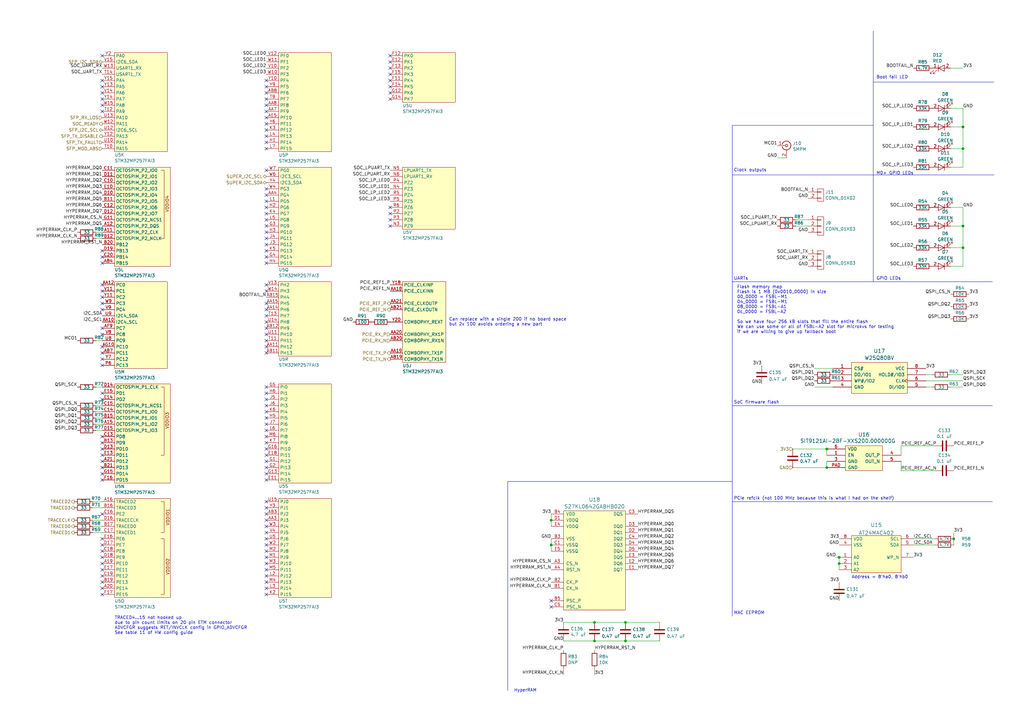
<source format=kicad_sch>
(kicad_sch (version 20250114) (generator "eeschema") (generator_version "9.0")
  (paper "A3")
  (title_block (date "2025-12-19") (rev "0.1"))
  (lib_symbols
    (symbol "conn:CONN_01X02" (pin_names (offset 1.016) (hide yes))
      (property "Reference" "J" (at 0 3.81 0))
      (property "Value" "CONN_01X02" (at 2.54 0 90))
      (symbol "CONN_01X02_1_1"
        (pin passive line (at -5.08 1.27 0) (length 3.81) (name "P1") (number "1"))
        (pin passive line (at -5.08 -1.27 0) (length 3.81) (name "P2") (number "2"))
      )
    )
    (symbol "conn:CONN_01X03" (pin_names (offset 1.016) (hide yes))
      (property "Reference" "J" (at 0 5.08 0))
      (property "Value" "CONN_01X03" (at 2.54 0 90))
      (symbol "CONN_01X03_1_1"
        (pin passive line (at -5.08 2.54 0) (length 3.81) (name "P1") (number "1"))
        (pin passive line (at -5.08 0 0) (length 3.81) (name "P2") (number "2"))
        (pin passive line (at -5.08 -2.54 0) (length 3.81) (name "P3") (number "3"))
      )
    )
    (symbol "conn:CONN_COAXIAL" (pin_names (offset 1.016) (hide yes))
      (property "Reference" "J" (at 0.254 3.048 0))
      (property "Value" "CONN_COAXIAL" (at 2.921 0 90))
      (symbol "CONN_COAXIAL_1_1"
        (pin passive line (at -3.81 0 0) (length 2.54) (name "In") (number "1"))
        (pin passive line (at 0 -5.08 90) (length 2.54) (name "Ext") (number "2"))
      )
    )
    (symbol "cypress-azonenberg:S27KS0641" (pin_names (offset 1.016))
      (property "Reference" "U" (at 0 -1.27 0))
      (property "Value" "S27KS0641" (at 0 -3.81 0))
      (symbol "S27KS0641_1_1"
        (pin power_in line (at -5.08 39.37 0) (length 5.08) (name "VDD") (number "B4"))
        (pin power_in line (at -5.08 36.83 0) (length 5.08) (name "VDDQ") (number "D1"))
        (pin power_in line (at -5.08 34.29 0) (length 5.08) (name "VDDQ") (number "E4"))
        (pin power_in line (at -5.08 29.21 0) (length 5.08) (name "VSS") (number "B3"))
        (pin power_in line (at -5.08 26.67 0) (length 5.08) (name "VSSQ") (number "C1"))
        (pin power_in line (at -5.08 24.13 0) (length 5.08) (name "VSSQ") (number "E5"))
        (pin input line (at -5.08 19.05 0) (length 5.08) (name "CS_N") (number "A3"))
        (pin input line (at -5.08 16.51 0) (length 5.08) (name "RST_N") (number "A4"))
        (pin input line (at -5.08 11.43 0) (length 5.08) (name "CK_P") (number "B2"))
        (pin input line (at -5.08 8.89 0) (length 5.08) (name "CK_N") (number "B1"))
        (pin input line (at -5.08 3.81 0) (length 5.08) (name "PSC_P") (number "B5"))
        (pin input line (at -5.08 1.27 0) (length 5.08) (name "PSC_N") (number "C5"))
        (pin bidirectional line (at 30.48 39.37 180) (length 5.08) (name "DQS") (number "C3"))
        (pin bidirectional line (at 30.48 34.29 180) (length 5.08) (name "DQ0") (number "D3"))
        (pin bidirectional line (at 30.48 31.75 180) (length 5.08) (name "DQ1") (number "D2"))
        (pin bidirectional line (at 30.48 29.21 180) (length 5.08) (name "DQ2") (number "C4"))
        (pin bidirectional line (at 30.48 26.67 180) (length 5.08) (name "DQ3") (number "D4"))
        (pin bidirectional line (at 30.48 24.13 180) (length 5.08) (name "DQ4") (number "D5"))
        (pin bidirectional line (at 30.48 21.59 180) (length 5.08) (name "DQ5") (number "E3"))
        (pin bidirectional line (at 30.48 19.05 180) (length 5.08) (name "DQ6") (number "E2"))
        (pin bidirectional line (at 30.48 16.51 180) (length 5.08) (name "DQ7") (number "E1"))
      )
    )
    (symbol "device:C" (pin_numbers (hide yes)) (pin_names (offset 0.254))
      (property "Reference" "C" (at 0.635 2.54 0))
      (property "Value" "C" (at 0.635 -2.54 0))
      (symbol "C_1_1"
        (pin passive line (at 0 3.81 270) (length 2.794) (name "~") (number "1"))
        (pin passive line (at 0 -3.81 90) (length 2.794) (name "~") (number "2"))
      )
    )
    (symbol "device:LED" (pin_names (offset 1.016) (hide yes))
      (property "Reference" "D" (at 0 2.54 0))
      (property "Value" "LED" (at 0 -2.54 0))
      (symbol "LED_1_1"
        (pin passive line (at -3.81 0 0) (length 2.54) (name "K") (number "1"))
        (pin passive line (at 3.81 0 180) (length 2.54) (name "A") (number "2"))
      )
    )
    (symbol "device:R" (pin_numbers (hide yes)) (pin_names (offset 0))
      (property "Reference" "R" (at 2.032 0 90))
      (property "Value" "R" (at 0 0 90))
      (symbol "R_1_1"
        (pin passive line (at 0 3.81 270) (length 1.27) (name "~") (number "1"))
        (pin passive line (at 0 -3.81 90) (length 1.27) (name "~") (number "2"))
      )
    )
    (symbol "memory-azonenberg:24Cxx-DFN8" (pin_names (offset 0.762))
      (property "Reference" "U" (at 13.97 16.51 0))
      (property "Value" "24Cxx-DFN8" (at 17.78 -1.27 0))
      (symbol "24Cxx-DFN8_1_1"
        (pin power_in line (at -5.08 13.97 0) (length 5.08) (name "VDD") (number "8"))
        (pin power_in line (at -5.08 11.43 0) (length 5.08) (name "VSS") (number "4"))
        (pin input line (at -5.08 6.35 0) (length 5.08) (name "A0") (number "1"))
        (pin input line (at -5.08 3.81 0) (length 5.08) (name "A1") (number "2"))
        (pin input line (at -5.08 1.27 0) (length 5.08) (name "A2") (number "3"))
        (pin input line (at 25.4 13.97 180) (length 5.08) (name "SCL") (number "6"))
        (pin bidirectional line (at 25.4 11.43 180) (length 5.08) (name "SDA") (number "5"))
        (pin input line (at 25.4 6.35 180) (length 5.08) (name "WP_N") (number "7"))
      )
    )
    (symbol "memory-azonenberg:W25Q80BV" (pin_names (offset 1.016))
      (property "Reference" "U" (at 0 -1.27 0))
      (property "Value" "W25Q80BV" (at 0 -3.81 0))
      (symbol "W25Q80BV_1_1"
        (pin input line (at -19.05 10.16 0) (length 7.62) (name "CS#") (number "1"))
        (pin bidirectional line (at -19.05 7.62 0) (length 7.62) (name "DO/IO1") (number "2"))
        (pin bidirectional line (at -19.05 5.08 0) (length 7.62) (name "WP#/IO2") (number "3"))
        (pin power_in line (at -19.05 2.54 0) (length 7.62) (name "GND") (number "4"))
        (pin power_in line (at 19.05 10.16 180) (length 7.62) (name "VCC") (number "8"))
        (pin bidirectional line (at 19.05 7.62 180) (length 7.62) (name "HOLD#/IO3") (number "7"))
        (pin input clock (at 19.05 5.08 180) (length 7.62) (name "CLK") (number "6"))
        (pin bidirectional line (at 19.05 2.54 180) (length 7.62) (name "DI/IO0") (number "5"))
      )
    )
    (symbol "osc-azonenberg:OSC_LVDS" (pin_names (offset 1.016))
      (property "Reference" "U" (at 0 -1.27 0))
      (property "Value" "OSC_LVDS" (at 0 -3.81 0))
      (symbol "OSC_LVDS_1_1"
        (pin power_in line (at -7.62 8.89 0) (length 7.62) (name "VDD") (number "6"))
        (pin input line (at -7.62 6.35 0) (length 7.62) (name "EN") (number "1"))
        (pin power_in line (at -7.62 3.81 0) (length 7.62) (name "GND") (number "3"))
        (pin power_in line (at -7.62 1.27 0) (length 7.62) (name "GND") (number "PAD"))
        (pin output line (at 22.86 6.35 180) (length 7.62) (name "OUT_P") (number "4"))
        (pin output line (at 22.86 3.81 180) (length 7.62) (name "OUT_N") (number "5"))
      )
    )
    (symbol "st-azonenberg:STM32MP257FAI3"
      (property "Reference" "U" (at 0 -1.016 0))
      (property "Value" "STM32MP257FAI3" (at 0 -3.048 0))
      (symbol "STM32MP257FAI3_1_1"
        (pin power_in line (at -5.08 31.75 0) (length 5.08) (name "VREF+") (number "Y5"))
        (pin power_in line (at -5.08 29.21 0) (length 5.08) (name "VREF-") (number "W5"))
        (pin input line (at -5.08 24.13 0) (length 5.08) (name "ANA0") (number "V5"))
        (pin input line (at -5.08 21.59 0) (length 5.08) (name "ANA1") (number "V6"))
        (pin input line (at -5.08 16.51 0) (length 5.08) (name "OSC32_IN") (number "R1"))
        (pin output line (at -5.08 13.97 0) (length 5.08) (name "OSC32_OUT") (number "R2"))
        (pin input line (at -5.08 8.89 0) (length 5.08) (name "OSC_IN") (number "V3"))
        (pin output line (at -5.08 6.35 0) (length 5.08) (name "OSC_OUT") (number "V2"))
        (pin no_connect line (at -5.08 1.27 0) (length 5.08) (name "DNU") (number "U16"))
      )
      (symbol "STM32MP257FAI3_2_1"
        (pin bidirectional line (at -5.08 31.75 0) (length 5.08) (name "NRST") (number "U3"))
        (pin input line (at -5.08 29.21 0) (length 5.08) (name "PDR_ON") (number "T7"))
        (pin input line (at -5.08 24.13 0) (length 5.08) (name "BOOT0") (number "R4"))
        (pin input line (at -5.08 21.59 0) (length 5.08) (name "BOOT1") (number "R3"))
        (pin input line (at -5.08 19.05 0) (length 5.08) (name "BOOT2") (number "T2"))
        (pin input line (at -5.08 16.51 0) (length 5.08) (name "BOOT3") (number "T1"))
        (pin input line (at -5.08 11.43 0) (length 5.08) (name "NJTRST") (number "AA2"))
        (pin input line (at -5.08 8.89 0) (length 5.08) (name "JTCK") (number "AA1"))
        (pin input line (at -5.08 6.35 0) (length 5.08) (name "JTDI") (number "AB2"))
        (pin output line (at -5.08 3.81 0) (length 5.08) (name "JTDO") (number "W1"))
        (pin input line (at -5.08 1.27 0) (length 5.08) (name "JTMS") (number "Y1"))
        (pin output line (at 30.48 31.75 180) (length 5.08) (name "NRSTC1MS") (number "T3"))
        (pin output line (at 30.48 26.67 180) (length 5.08) (name "PWR_CPU_ON") (number "T6"))
        (pin output line (at 30.48 24.13 180) (length 5.08) (name "PWR_LP") (number "U4"))
        (pin output line (at 30.48 21.59 180) (length 5.08) (name "PWR_ON") (number "T5"))
      )
      (symbol "STM32MP257FAI3_3_1"
        (pin bidirectional line (at -5.08 26.67 0) (length 5.08) (name "UCPD1_CC1") (number "T15"))
        (pin bidirectional line (at -5.08 24.13 0) (length 5.08) (name "UCPD1_CC2") (number "T17"))
        (pin bidirectional line (at -5.08 19.05 0) (length 5.08) (name "USBH_HS_DP") (number "AA16"))
        (pin bidirectional line (at -5.08 16.51 0) (length 5.08) (name "USBH_HS_DM") (number "AB16"))
        (pin bidirectional line (at -5.08 11.43 0) (length 5.08) (name "USB3DR_DP") (number "W17"))
        (pin bidirectional line (at -5.08 8.89 0) (length 5.08) (name "USB3DR_DM") (number "Y17"))
        (pin input line (at -5.08 3.81 0) (length 5.08) (name "USBH_HS_TXRTUNE") (number "V16"))
        (pin input line (at -5.08 1.27 0) (length 5.08) (name "USB3DR_TXRTUNE") (number "V17"))
      )
      (symbol "STM32MP257FAI3_4_1"
        (pin input line (at -5.08 24.13 0) (length 5.08) (name "CSI_CKN") (number "D6"))
        (pin input line (at -5.08 21.59 0) (length 5.08) (name "CSI_CKP") (number "C6"))
        (pin input line (at -5.08 16.51 0) (length 5.08) (name "CSI_D0P") (number "C5"))
        (pin input line (at -5.08 13.97 0) (length 5.08) (name "CSI_D0N") (number "B5"))
        (pin input line (at -5.08 8.89 0) (length 5.08) (name "CSI_D1P") (number "D7"))
        (pin input line (at -5.08 6.35 0) (length 5.08) (name "CSI_D1N") (number "E7"))
        (pin input line (at -5.08 1.27 0) (length 5.08) (name "CSI_REXT") (number "E6"))
      )
      (symbol "STM32MP257FAI3_5_1"
        (pin output line (at -5.08 77.47 0) (length 5.08) (name "DDR_A0") (number "M16"))
        (pin output line (at -5.08 74.93 0) (length 5.08) (name "DDR_A1") (number "U18"))
        (pin output line (at -5.08 72.39 0) (length 5.08) (name "DDR_A2") (number "N16"))
        (pin output line (at -5.08 69.85 0) (length 5.08) (name "DDR_A3") (number "M17"))
        (pin output line (at -5.08 67.31 0) (length 5.08) (name "DDR_A4") (number "N19"))
        (pin output line (at -5.08 64.77 0) (length 5.08) (name "DDR_A5") (number "M19"))
        (pin output line (at -5.08 62.23 0) (length 5.08) (name "DDR_A6") (number "T18"))
        (pin output line (at -5.08 59.69 0) (length 5.08) (name "DDR_A7") (number "U19"))
        (pin output line (at -5.08 57.15 0) (length 5.08) (name "DDR_A8") (number "P19"))
        (pin output line (at -5.08 54.61 0) (length 5.08) (name "DDR_A9") (number "P18"))
        (pin output line (at -5.08 52.07 0) (length 5.08) (name "DDR_A10") (number "N18"))
        (pin output line (at -5.08 49.53 0) (length 5.08) (name "DDR_A11") (number "N17"))
        (pin output line (at -5.08 46.99 0) (length 5.08) (name "DDR_A12") (number "K19"))
        (pin output line (at -5.08 44.45 0) (length 5.08) (name "DDR_A13") (number "K18"))
        (pin output line (at -5.08 41.91 0) (length 5.08) (name "DDR_A14") (number "L18"))
        (pin output line (at -5.08 39.37 0) (length 5.08) (name "DDR_A15") (number "L17"))
        (pin output line (at -5.08 36.83 0) (length 5.08) (name "DDR_A16") (number "J18"))
        (pin output line (at -5.08 34.29 0) (length 5.08) (name "DDR_A17") (number "H18"))
        (pin output line (at -5.08 31.75 0) (length 5.08) (name "DDR_A18") (number "H19"))
        (pin output line (at -5.08 29.21 0) (length 5.08) (name "DDR_A19") (number "K17"))
        (pin output line (at -5.08 26.67 0) (length 5.08) (name "DDR_A20") (number "G18"))
        (pin output line (at -5.08 24.13 0) (length 5.08) (name "DDR_A21") (number "J19"))
        (pin output line (at -5.08 21.59 0) (length 5.08) (name "DDR_A22") (number "H17"))
        (pin output line (at -5.08 19.05 0) (length 5.08) (name "DDR_A23") (number "J17"))
        (pin output line (at -5.08 16.51 0) (length 5.08) (name "DDR_A25") (number "R17"))
        (pin output line (at -5.08 13.97 0) (length 5.08) (name "DDR_A26") (number "R19"))
        (pin output line (at -5.08 11.43 0) (length 5.08) (name "DDR_A27") (number "R18"))
        (pin output line (at -5.08 8.89 0) (length 5.08) (name "DDR_A28") (number "M18"))
        (pin output line (at -5.08 6.35 0) (length 5.08) (name "DDR_A29") (number "T19"))
        (pin output line (at -5.08 3.81 0) (length 5.08) (name "DDR_A30") (number "P17"))
        (pin output line (at -5.08 1.27 0) (length 5.08) (name "DDR_A31") (number "P16"))
      )
      (symbol "STM32MP257FAI3_6_1"
        (pin output line (at -5.08 80.01 0) (length 5.08) (name "DDR_DQM0") (number "W21"))
        (pin output line (at -5.08 77.47 0) (length 5.08) (name "DDR_DQM1") (number "P20"))
        (pin output line (at -5.08 74.93 0) (length 5.08) (name "DDR_DQM2") (number "E21"))
        (pin output line (at -5.08 72.39 0) (length 5.08) (name "DDR_DQM3") (number "H20"))
        (pin bidirectional line (at -5.08 67.31 0) (length 5.08) (name "DDR_DQS0_P") (number "V20"))
        (pin bidirectional line (at -5.08 64.77 0) (length 5.08) (name "DDR_DQS0_N") (number "W20"))
        (pin bidirectional line (at -5.08 59.69 0) (length 5.08) (name "DDR_DQS1_P") (number "N20"))
        (pin bidirectional line (at -5.08 57.15 0) (length 5.08) (name "DDR_DQS1_N") (number "N21"))
        (pin bidirectional line (at -5.08 52.07 0) (length 5.08) (name "DDR_DQS2_P") (number "D21"))
        (pin bidirectional line (at -5.08 49.53 0) (length 5.08) (name "DDR_DQS2_N") (number "D22"))
        (pin bidirectional line (at -5.08 44.45 0) (length 5.08) (name "DDR_DQS3_P") (number "H22"))
        (pin bidirectional line (at -5.08 41.91 0) (length 5.08) (name "DDR_DQS3_N") (number "H21"))
        (pin input line (at -5.08 36.83 0) (length 5.08) (name "DDR_VREF") (number "L20"))
        (pin input line (at -5.08 34.29 0) (length 5.08) (name "DDR_ZQ") (number "K16"))
        (pin output line (at -5.08 29.21 0) (length 5.08) (name "DDR_RESETN") (number "F18"))
        (pin bidirectional line (at 34.29 80.01 180) (length 5.08) (name "DDR_DQ0") (number "W22"))
        (pin bidirectional line (at 34.29 77.47 180) (length 5.08) (name "DDR_DQ1") (number "Y21"))
        (pin bidirectional line (at 34.29 74.93 180) (length 5.08) (name "DDR_DQ2") (number "Y22"))
        (pin bidirectional line (at 34.29 72.39 180) (length 5.08) (name "DDR_DQ3") (number "AA22"))
        (pin bidirectional line (at 34.29 69.85 180) (length 5.08) (name "DDR_DQ4") (number "T21"))
        (pin bidirectional line (at 34.29 67.31 180) (length 5.08) (name "DDR_DQ5") (number "T20"))
        (pin bidirectional line (at 34.29 64.77 180) (length 5.08) (name "DDR_DQ6") (number "U21"))
        (pin bidirectional line (at 34.29 62.23 180) (length 5.08) (name "DDR_DQ7") (number "U20"))
        (pin bidirectional line (at 34.29 59.69 180) (length 5.08) (name "DDR_DQ8") (number "M21"))
        (pin bidirectional line (at 34.29 57.15 180) (length 5.08) (name "DDR_DQ9") (number "M22"))
        (pin bidirectional line (at 34.29 54.61 180) (length 5.08) (name "DDR_DQ10") (number "L21"))
        (pin bidirectional line (at 34.29 52.07 180) (length 5.08) (name "DDR_DQ11") (number "L22"))
        (pin bidirectional line (at 34.29 49.53 180) (length 5.08) (name "DDR_DQ12") (number "T22"))
        (pin bidirectional line (at 34.29 46.99 180) (length 5.08) (name "DDR_DQ13") (number "R20"))
        (pin bidirectional line (at 34.29 44.45 180) (length 5.08) (name "DDR_DQ14") (number "R21"))
        (pin bidirectional line (at 34.29 41.91 180) (length 5.08) (name "DDR_DQ15") (number "R22"))
        (pin bidirectional line (at 34.29 39.37 180) (length 5.08) (name "DDR_DQ16") (number "D20"))
        (pin bidirectional line (at 34.29 36.83 180) (length 5.08) (name "DDR_DQ17") (number "C22"))
        (pin bidirectional line (at 34.29 34.29 180) (length 5.08) (name "DDR_DQ18") (number "C21"))
        (pin bidirectional line (at 34.29 31.75 180) (length 5.08) (name "DDR_DQ19") (number "B22"))
        (pin bidirectional line (at 34.29 29.21 180) (length 5.08) (name "DDR_DQ20") (number "F20"))
        (pin bidirectional line (at 34.29 26.67 180) (length 5.08) (name "DDR_DQ21") (number "F19"))
        (pin bidirectional line (at 34.29 24.13 180) (length 5.08) (name "DDR_DQ22") (number "E19"))
        (pin bidirectional line (at 34.29 21.59 180) (length 5.08) (name "DDR_DQ23") (number "E20"))
        (pin bidirectional line (at 34.29 19.05 180) (length 5.08) (name "DDR_DQ24") (number "G19"))
        (pin bidirectional line (at 34.29 16.51 180) (length 5.08) (name "DDR_DQ25") (number "G22"))
        (pin bidirectional line (at 34.29 13.97 180) (length 5.08) (name "DDR_DQ26") (number "G21"))
        (pin bidirectional line (at 34.29 11.43 180) (length 5.08) (name "DDR_DQ27") (number "G20"))
        (pin bidirectional line (at 34.29 8.89 180) (length 5.08) (name "DDQ_DQ28") (number "J21"))
        (pin bidirectional line (at 34.29 6.35 180) (length 5.08) (name "DDR_DQ29") (number "J20"))
        (pin bidirectional line (at 34.29 3.81 180) (length 5.08) (name "DDR_DQ30") (number "K20"))
        (pin bidirectional line (at 34.29 1.27 180) (length 5.08) (name "DDR_DQ31") (number "L19"))
      )
      (symbol "STM32MP257FAI3_7_1"
        (pin output line (at -5.08 39.37 0) (length 5.08) (name "DSI_CKP") (number "A8"))
        (pin output line (at -5.08 36.83 0) (length 5.08) (name "DSI_CKN") (number "B8"))
        (pin output line (at -5.08 31.75 0) (length 5.08) (name "DSI_D0P") (number "C9"))
        (pin output line (at -5.08 29.21 0) (length 5.08) (name "DSI_D0N") (number "B9"))
        (pin output line (at -5.08 24.13 0) (length 5.08) (name "DSI_D1P") (number "D9"))
        (pin output line (at -5.08 21.59 0) (length 5.08) (name "DSI_D1N") (number "E9"))
        (pin output line (at -5.08 16.51 0) (length 5.08) (name "DSI_D2P") (number "C8"))
        (pin output line (at -5.08 13.97 0) (length 5.08) (name "DSI_D2N") (number "D8"))
        (pin output line (at -5.08 8.89 0) (length 5.08) (name "DSI_D3P") (number "A7"))
        (pin output line (at -5.08 6.35 0) (length 5.08) (name "DSI_D3N") (number "B7"))
        (pin input line (at -5.08 1.27 0) (length 5.08) (name "DSI_REXT") (number "E8"))
      )
      (symbol "STM32MP257FAI3_8_1"
        (pin output line (at -5.08 34.29 0) (length 5.08) (name "LVDS1_D0P") (number "D4"))
        (pin output line (at -5.08 31.75 0) (length 5.08) (name "LVDS1_D0N") (number "D3"))
        (pin output line (at -5.08 26.67 0) (length 5.08) (name "LVDS1_D1P") (number "D2"))
        (pin output line (at -5.08 24.13 0) (length 5.08) (name "LVDS1_D1N") (number "D1"))
        (pin output line (at -5.08 19.05 0) (length 5.08) (name "LVDS1_D2P") (number "E3"))
        (pin output line (at -5.08 16.51 0) (length 5.08) (name "LVDS1_D2N") (number "E4"))
        (pin output line (at -5.08 11.43 0) (length 5.08) (name "LVDS1_D3P") (number "F2"))
        (pin output line (at -5.08 8.89 0) (length 5.08) (name "LVDS1_D3N") (number "F3"))
        (pin output line (at -5.08 3.81 0) (length 5.08) (name "LVDS1_D4P") (number "F4"))
        (pin output line (at -5.08 1.27 0) (length 5.08) (name "LVDS1_D4N") (number "F5"))
      )
      (symbol "STM32MP257FAI3_9_1"
        (pin output line (at -5.08 34.29 0) (length 5.08) (name "LVDS2_D0P") (number "A4"))
        (pin output line (at -5.08 31.75 0) (length 5.08) (name "LVDS2_D0N") (number "B4"))
        (pin output line (at -5.08 26.67 0) (length 5.08) (name "LVDS2_D1P") (number "A2"))
        (pin output line (at -5.08 24.13 0) (length 5.08) (name "LVDS2_D1N") (number "A3"))
        (pin output line (at -5.08 19.05 0) (length 5.08) (name "LVDS2_D2P") (number "C3"))
        (pin output line (at -5.08 16.51 0) (length 5.08) (name "LVDS2_D2N") (number "B3"))
        (pin output line (at -5.08 11.43 0) (length 5.08) (name "LVDS2_D3P") (number "C1"))
        (pin output line (at -5.08 8.89 0) (length 5.08) (name "LVDS2_D3N") (number "C2"))
        (pin output line (at -5.08 3.81 0) (length 5.08) (name "LVDS2_D4P") (number "B1"))
        (pin output line (at -5.08 1.27 0) (length 5.08) (name "LVDS2_D4N") (number "B2"))
      )
      (symbol "STM32MP257FAI3_10_1"
        (pin input line (at -5.08 31.75 0) (length 5.08) (name "PCIE_CLKINP") (number "Y18"))
        (pin input line (at -5.08 29.21 0) (length 5.08) (name "PCIE_CLKINN") (number "AA18"))
        (pin output line (at -5.08 24.13 0) (length 5.08) (name "PCIE_CLKOUTP") (number "AA21"))
        (pin output line (at -5.08 21.59 0) (length 5.08) (name "PCIE_CLKOUTN") (number "AB21"))
        (pin passive line (at -5.08 16.51 0) (length 5.08) (name "COMBOPHY_REXT") (number "Y20"))
        (pin input line (at -5.08 11.43 0) (length 5.08) (name "COMBOPHY_RX1P") (number "AA20"))
        (pin input line (at -5.08 8.89 0) (length 5.08) (name "COMBOPHY_RX1N") (number "AB20"))
        (pin output line (at -5.08 3.81 0) (length 5.08) (name "COMBOPHY_TX1P") (number "AA19"))
        (pin output line (at -5.08 1.27 0) (length 5.08) (name "COMBOPHY_TX1N") (number "AB19"))
      )
      (symbol "STM32MP257FAI3_11_1"
        (pin bidirectional line (at -5.08 39.37 0) (length 5.08) (name "PA0") (number "Y2"))
        (pin bidirectional line (at -5.08 36.83 0) (length 5.08) (name "PA1") (number "V15") (alternate "I2C4_SDA" bidirectional line) (alternate "I2C6_SDA" bidirectional line))
        (pin bidirectional line (at -5.08 34.29 0) (length 5.08) (name "PA2") (number "W13") (alternate "USART1_RX" bidirectional line))
        (pin bidirectional line (at -5.08 31.75 0) (length 5.08) (name "PA3") (number "T14") (alternate "USART1_TX" bidirectional line))
        (pin bidirectional line (at -5.08 29.21 0) (length 5.08) (name "PA4") (number "Y15"))
        (pin bidirectional line (at -5.08 26.67 0) (length 5.08) (name "PA5") (number "Y13"))
        (pin bidirectional line (at -5.08 24.13 0) (length 5.08) (name "PA6") (number "V14"))
        (pin bidirectional line (at -5.08 21.59 0) (length 5.08) (name "PA7") (number "Y14"))
        (pin bidirectional line (at -5.08 19.05 0) (length 5.08) (name "PA8") (number "W15"))
        (pin bidirectional line (at -5.08 16.51 0) (length 5.08) (name "PA9") (number "T12"))
        (pin bidirectional line (at -5.08 13.97 0) (length 5.08) (name "PA10") (number "U13"))
        (pin bidirectional line (at -5.08 11.43 0) (length 5.08) (name "PA11") (number "W12"))
        (pin bidirectional line (at -5.08 8.89 0) (length 5.08) (name "PA12") (number "U12") (alternate "I2C4_SCL" bidirectional line) (alternate "I2C6_SCL" bidirectional line))
        (pin bidirectional line (at -5.08 6.35 0) (length 5.08) (name "PA13") (number "Y12"))
        (pin bidirectional line (at -5.08 3.81 0) (length 5.08) (name "PA14") (number "U10"))
        (pin bidirectional line (at -5.08 1.27 0) (length 5.08) (name "PA15") (number "T10"))
      )
      (symbol "STM32MP257FAI3_12_1"
        (text "VDDIO4" (at 21.59 25.654 900) (effects (font (size 1.27 1.27))))
        (pin bidirectional line (at -5.08 39.37 0) (length 5.08) (name "PB0") (number "C11") (alternate "OCTOSPIM_P2_IO0" bidirectional line))
        (pin bidirectional line (at -5.08 36.83 0) (length 5.08) (name "PB1") (number "D11") (alternate "OCTOSPIM_P2_IO1" bidirectional line))
        (pin bidirectional line (at -5.08 34.29 0) (length 5.08) (name "PB2") (number "C10") (alternate "OCTOSPIM_P2_IO2" bidirectional line))
        (pin bidirectional line (at -5.08 31.75 0) (length 5.08) (name "PB3") (number "E10") (alternate "OCTOSPIM_P2_IO3" bidirectional line))
        (pin bidirectional line (at -5.08 29.21 0) (length 5.08) (name "PB4") (number "D10") (alternate "OCTOSPIM_P2_IO4" bidirectional line))
        (pin bidirectional line (at -5.08 26.67 0) (length 5.08) (name "PB5") (number "B11") (alternate "OCTOSPIM_P2_IO5" bidirectional line))
        (pin bidirectional line (at -5.08 24.13 0) (length 5.08) (name "PB6") (number "C12") (alternate "OCTOSPIM_P2_IO6" bidirectional line))
        (pin bidirectional line (at -5.08 21.59 0) (length 5.08) (name "PB7") (number "D12") (alternate "OCTOSPIM_P2_IO7" bidirectional line))
        (pin bidirectional line (at -5.08 19.05 0) (length 5.08) (name "PB8") (number "G11") (alternate "OCTOSPIM_P2_NCS1" bidirectional line) (alternate "USART1_TX" bidirectional line))
        (pin bidirectional line (at -5.08 16.51 0) (length 5.08) (name "PB9") (number "A12") (alternate "OCTOSPIM_P2_DQS" bidirectional line))
        (pin bidirectional line (at -5.08 13.97 0) (length 5.08) (name "PB10") (number "A11") (alternate "OCTOSPIM_P2_CLK" bidirectional line) (alternate "USART1_RX" bidirectional line))
        (pin bidirectional line (at -5.08 11.43 0) (length 5.08) (name "PB11") (number "B12") (alternate "OCTOSPIM_P2_NCLK" bidirectional line))
        (pin bidirectional line (at -5.08 8.89 0) (length 5.08) (name "PB12") (number "B20"))
        (pin bidirectional line (at -5.08 6.35 0) (length 5.08) (name "PB13") (number "D19"))
        (pin bidirectional line (at -5.08 3.81 0) (length 5.08) (name "PB14") (number "C20"))
        (pin bidirectional line (at -5.08 1.27 0) (length 5.08) (name "PB15") (number "AB4"))
      )
      (symbol "STM32MP257FAI3_13_1"
        (pin bidirectional line (at -5.08 34.29 0) (length 5.08) (name "PC0") (number "AA12"))
        (pin bidirectional line (at -5.08 31.75 0) (length 5.08) (name "PC1") (number "V11"))
        (pin bidirectional line (at -5.08 29.21 0) (length 5.08) (name "PC2") (number "Y11"))
        (pin bidirectional line (at -5.08 26.67 0) (length 5.08) (name "PC3") (number "W9"))
        (pin bidirectional line (at -5.08 24.13 0) (length 5.08) (name "PC4") (number "V9"))
        (pin bidirectional line (at -5.08 21.59 0) (length 5.08) (name "PC5") (number "U9") (alternate "I2C4_SDA" bidirectional line))
        (pin bidirectional line (at -5.08 19.05 0) (length 5.08) (name "PC6") (number "AA10") (alternate "I2C4_SCL" bidirectional line))
        (pin bidirectional line (at -5.08 16.51 0) (length 5.08) (name "PC7") (number "AF9"))
        (pin bidirectional line (at -5.08 13.97 0) (length 5.08) (name "PC8") (number "V8"))
        (pin bidirectional line (at -5.08 11.43 0) (length 5.08) (name "PC9") (number "U8"))
        (pin bidirectional line (at -5.08 8.89 0) (length 5.08) (name "PC10") (number "AG10"))
        (pin bidirectional line (at -5.08 6.35 0) (length 5.08) (name "PC11") (number "AB7"))
        (pin bidirectional line (at -5.08 3.81 0) (length 5.08) (name "PC12") (number "Y7") (alternate "I2C3_SCL" bidirectional line))
        (pin bidirectional line (at -5.08 1.27 0) (length 5.08) (name "PC13") (number "P6"))
      )
      (symbol "STM32MP257FAI3_14_1"
        (text "VDDIO3" (at 21.59 25.654 900) (effects (font (size 1.27 1.27))))
        (pin bidirectional line (at -5.08 39.37 0) (length 5.08) (name "PD0") (number "D14") (alternate "OCTOSPIM_P1_CLK" bidirectional line) (alternate "TRACECLK" bidirectional line))
        (pin bidirectional line (at -5.08 36.83 0) (length 5.08) (name "PD1") (number "E15"))
        (pin bidirectional line (at -5.08 34.29 0) (length 5.08) (name "PD2") (number "E14"))
        (pin bidirectional line (at -5.08 31.75 0) (length 5.08) (name "PD3") (number "C15") (alternate "OCTOSPIM_P1_NCS1" bidirectional line))
        (pin bidirectional line (at -5.08 29.21 0) (length 5.08) (name "PD4") (number "C14") (alternate "OCTOSPIM_P1_IO0" bidirectional line) (alternate "TRACED0" bidirectional line))
        (pin bidirectional line (at -5.08 26.67 0) (length 5.08) (name "PD5") (number "B15") (alternate "OCTOSPIM_P1_IO1" bidirectional line) (alternate "TRACED1" bidirectional line))
        (pin bidirectional line (at -5.08 24.13 0) (length 5.08) (name "PD6") (number "A15") (alternate "OCTOSPIM_P1_IO2" bidirectional line) (alternate "TRACED2" bidirectional line))
        (pin bidirectional line (at -5.08 21.59 0) (length 5.08) (name "PD7") (number "D15") (alternate "OCTOSPIM_P1_IO3" bidirectional line) (alternate "TRACED3" bidirectional line))
        (pin bidirectional line (at -5.08 19.05 0) (length 5.08) (name "PD8") (number "C13"))
        (pin bidirectional line (at -5.08 16.51 0) (length 5.08) (name "PD9") (number "B13"))
        (pin bidirectional line (at -5.08 13.97 0) (length 5.08) (name "PD10") (number "D13") (alternate "I2C4_SDA" bidirectional line))
        (pin bidirectional line (at -5.08 11.43 0) (length 5.08) (name "PD11") (number "E13") (alternate "I2C4_SCL" bidirectional line))
        (pin bidirectional line (at -5.08 8.89 0) (length 5.08) (name "PD12") (number "A21"))
        (pin bidirectional line (at -5.08 6.35 0) (length 5.08) (name "PD13") (number "B21"))
        (pin bidirectional line (at -5.08 3.81 0) (length 5.08) (name "PD14") (number "G15"))
        (pin bidirectional line (at -5.08 1.27 0) (length 5.08) (name "PD15") (number "F16"))
      )
      (symbol "STM32MP257FAI3_15_1"
        (text "VDDIO1" (at 21.844 33.02 900) (effects (font (size 1.27 1.27))))
        (text "VDDIO2" (at 21.844 12.7 900) (effects (font (size 1.27 1.27))))
        (pin bidirectional line (at -5.08 39.37 0) (length 5.08) (name "PE0") (number "A16") (alternate "TRACED2" bidirectional line))
        (pin bidirectional line (at -5.08 36.83 0) (length 5.08) (name "PE1") (number "B16") (alternate "TRACED3" bidirectional line))
        (pin bidirectional line (at -5.08 34.29 0) (length 5.08) (name "PE2") (number "C16"))
        (pin bidirectional line (at -5.08 31.75 0) (length 5.08) (name "PE3") (number "D16") (alternate "TRACECLK" bidirectional line))
        (pin bidirectional line (at -5.08 29.21 0) (length 5.08) (name "PE4") (number "B17") (alternate "TRACED0" bidirectional line))
        (pin bidirectional line (at -5.08 26.67 0) (length 5.08) (name "PE5") (number "C17") (alternate "TRACED1" bidirectional line))
        (pin bidirectional line (at -5.08 24.13 0) (length 5.08) (name "PE6") (number "E16") (alternate "USART1_TX" bidirectional line))
        (pin bidirectional line (at -5.08 21.59 0) (length 5.08) (name "PE7") (number "D17") (alternate "USART1_RX" bidirectional line))
        (pin bidirectional line (at -5.08 19.05 0) (length 5.08) (name "PE8") (number "C18"))
        (pin bidirectional line (at -5.08 16.51 0) (length 5.08) (name "PE9") (number "D18"))
        (pin bidirectional line (at -5.08 13.97 0) (length 5.08) (name "PE10") (number "A19"))
        (pin bidirectional line (at -5.08 11.43 0) (length 5.08) (name "PE11") (number "E17"))
        (pin bidirectional line (at -5.08 8.89 0) (length 5.08) (name "PE12") (number "C19"))
        (pin bidirectional line (at -5.08 6.35 0) (length 5.08) (name "PE13") (number "B19"))
        (pin bidirectional line (at -5.08 3.81 0) (length 5.08) (name "PE14") (number "A20"))
        (pin bidirectional line (at -5.08 1.27 0) (length 5.08) (name "PE15") (number "F17"))
      )
      (symbol "STM32MP257FAI3_16_1"
        (pin bidirectional line (at -5.08 39.37 0) (length 5.08) (name "PF0") (number "V12"))
        (pin bidirectional line (at -5.08 36.83 0) (length 5.08) (name "PF1") (number "W11"))
        (pin bidirectional line (at -5.08 34.29 0) (length 5.08) (name "PF2") (number "V10"))
        (pin bidirectional line (at -5.08 31.75 0) (length 5.08) (name "PF3") (number "W10"))
        (pin bidirectional line (at -5.08 29.21 0) (length 5.08) (name "PF4") (number "Y10"))
        (pin bidirectional line (at -5.08 26.67 0) (length 5.08) (name "PF5") (number "Y9"))
        (pin bidirectional line (at -5.08 24.13 0) (length 5.08) (name "PF6") (number "AB8"))
        (pin bidirectional line (at -5.08 21.59 0) (length 5.08) (name "PF7") (number "T9"))
        (pin bidirectional line (at -5.08 19.05 0) (length 5.08) (name "PF8") (number "AA8"))
        (pin bidirectional line (at -5.08 16.51 0) (length 5.08) (name "PF9") (number "AA7"))
        (pin bidirectional line (at -5.08 13.97 0) (length 5.08) (name "PF10") (number "AE5"))
        (pin bidirectional line (at -5.08 11.43 0) (length 5.08) (name "PF11") (number "Y6"))
        (pin bidirectional line (at -5.08 8.89 0) (length 5.08) (name "PF12") (number "K3") (alternate "TRACECLK" bidirectional line))
        (pin bidirectional line (at -5.08 6.35 0) (length 5.08) (name "PF13") (number "L4") (alternate "TRACED0" bidirectional line))
        (pin bidirectional line (at -5.08 3.81 0) (length 5.08) (name "PF14") (number "H1") (alternate "TRACED1" bidirectional line))
        (pin bidirectional line (at -5.08 1.27 0) (length 5.08) (name "PF15") (number "L7") (alternate "TRACED2" bidirectional line))
      )
      (symbol "STM32MP257FAI3_17_1"
        (pin bidirectional line (at -5.08 39.37 0) (length 5.08) (name "PG0") (number "W7") (alternate "I2C3_SDA" bidirectional line))
        (pin bidirectional line (at -5.08 36.83 0) (length 5.08) (name "PG1") (number "W6") (alternate "I2C3_SCL" bidirectional line))
        (pin bidirectional line (at -5.08 34.29 0) (length 5.08) (name "PG2") (number "Y4") (alternate "I2C3_SDA" bidirectional line))
        (pin bidirectional line (at -5.08 31.75 0) (length 5.08) (name "PG3") (number "W4"))
        (pin bidirectional line (at -5.08 29.21 0) (length 5.08) (name "PG4") (number "AA4"))
        (pin bidirectional line (at -5.08 26.67 0) (length 5.08) (name "PG5") (number "L1") (alternate "I2C6_SDA" bidirectional line) (alternate "TRACED3" bidirectional line))
        (pin bidirectional line (at -5.08 24.13 0) (length 5.08) (name "PG6") (number "H2") (alternate "I2C6_SCL" bidirectional line))
        (pin bidirectional line (at -5.08 21.59 0) (length 5.08) (name "PG7") (number "K4"))
        (pin bidirectional line (at -5.08 19.05 0) (length 5.08) (name "PG8") (number "L5"))
        (pin bidirectional line (at -5.08 16.51 0) (length 5.08) (name "PG9") (number "G3"))
        (pin bidirectional line (at -5.08 13.97 0) (length 5.08) (name "PG10") (number "H3"))
        (pin bidirectional line (at -5.08 11.43 0) (length 5.08) (name "PG11") (number "J4"))
        (pin bidirectional line (at -5.08 8.89 0) (length 5.08) (name "PG12") (number "J3"))
        (pin bidirectional line (at -5.08 6.35 0) (length 5.08) (name "PG13") (number "K5"))
        (pin bidirectional line (at -5.08 3.81 0) (length 5.08) (name "PG14") (number "G4") (alternate "USART1_TX" bidirectional line))
        (pin bidirectional line (at -5.08 1.27 0) (length 5.08) (name "PG15") (number "H4") (alternate "USART1_RX" bidirectional line))
      )
      (symbol "STM32MP257FAI3_18_1"
        (pin bidirectional line (at -5.08 29.21 0) (length 5.08) (name "PH2") (number "V13") (alternate "I2C3_SDA" bidirectional line))
        (pin bidirectional line (at -5.08 26.67 0) (length 5.08) (name "PH3") (number "W14"))
        (pin bidirectional line (at -5.08 24.13 0) (length 5.08) (name "PH4") (number "AB15"))
        (pin bidirectional line (at -5.08 21.59 0) (length 5.08) (name "PH5") (number "AA15"))
        (pin bidirectional line (at -5.08 19.05 0) (length 5.08) (name "PH6") (number "AA14") (alternate "I2C3_SCL" bidirectional line))
        (pin bidirectional line (at -5.08 16.51 0) (length 5.08) (name "PH7") (number "T13"))
        (pin bidirectional line (at -5.08 13.97 0) (length 5.08) (name "PH8") (number "U14"))
        (pin bidirectional line (at -5.08 11.43 0) (length 5.08) (name "PH9") (number "AB12"))
        (pin bidirectional line (at -5.08 8.89 0) (length 5.08) (name "PH10") (number "U11"))
        (pin bidirectional line (at -5.08 6.35 0) (length 5.08) (name "PH11") (number "T11"))
        (pin bidirectional line (at -5.08 3.81 0) (length 5.08) (name "PH12") (number "AA11"))
        (pin bidirectional line (at -5.08 1.27 0) (length 5.08) (name "PH13") (number "AB11"))
      )
      (symbol "STM32MP257FAI3_19_1"
        (pin bidirectional line (at -5.08 39.37 0) (length 5.08) (name "PI0") (number "G5"))
        (pin bidirectional line (at -5.08 36.83 0) (length 5.08) (name "PI1") (number "H6"))
        (pin bidirectional line (at -5.08 34.29 0) (length 5.08) (name "PI2") (number "J5"))
        (pin bidirectional line (at -5.08 31.75 0) (length 5.08) (name "PI3") (number "J6"))
        (pin bidirectional line (at -5.08 29.21 0) (length 5.08) (name "PI4") (number "K6"))
        (pin bidirectional line (at -5.08 26.67 0) (length 5.08) (name "PI5") (number "H5"))
        (pin bidirectional line (at -5.08 24.13 0) (length 5.08) (name "PI6") (number "J7"))
        (pin bidirectional line (at -5.08 21.59 0) (length 5.08) (name "PI7") (number "L6"))
        (pin bidirectional line (at -5.08 19.05 0) (length 5.08) (name "PI8") (number "M6"))
        (pin bidirectional line (at -5.08 16.51 0) (length 5.08) (name "PI9") (number "K7"))
        (pin bidirectional line (at -5.08 13.97 0) (length 5.08) (name "PI10") (number "G16"))
        (pin bidirectional line (at -5.08 11.43 0) (length 5.08) (name "PI11") (number "E18"))
        (pin bidirectional line (at -5.08 8.89 0) (length 5.08) (name "PI12") (number "G1"))
        (pin bidirectional line (at -5.08 6.35 0) (length 5.08) (name "PI13") (number "G2"))
        (pin bidirectional line (at -5.08 3.81 0) (length 5.08) (name "PI14") (number "G13"))
        (pin bidirectional line (at -5.08 1.27 0) (length 5.08) (name "PI15") (number "E11"))
      )
      (symbol "STM32MP257FAI3_20_1"
        (pin bidirectional line (at -5.08 39.37 0) (length 5.08) (name "PJ0") (number "U15"))
        (pin bidirectional line (at -5.08 36.83 0) (length 5.08) (name "PJ1") (number "Y3"))
        (pin bidirectional line (at -5.08 34.29 0) (length 5.08) (name "PJ2") (number "AB3"))
        (pin bidirectional line (at -5.08 31.75 0) (length 5.08) (name "PJ3") (number "AA3"))
        (pin bidirectional line (at -5.08 29.21 0) (length 5.08) (name "PJ4") (number "W3"))
        (pin bidirectional line (at -5.08 26.67 0) (length 5.08) (name "PJ5") (number "V4"))
        (pin bidirectional line (at -5.08 24.13 0) (length 5.08) (name "PJ6") (number "U5"))
        (pin bidirectional line (at -5.08 21.59 0) (length 5.08) (name "PJ7") (number "W2"))
        (pin bidirectional line (at -5.08 19.05 0) (length 5.08) (name "PJ8") (number "M2"))
        (pin bidirectional line (at -5.08 16.51 0) (length 5.08) (name "PJ9") (number "M1"))
        (pin bidirectional line (at -5.08 13.97 0) (length 5.08) (name "PJ10") (number "M3"))
        (pin bidirectional line (at -5.08 11.43 0) (length 5.08) (name "PJ11") (number "M5"))
        (pin bidirectional line (at -5.08 8.89 0) (length 5.08) (name "PJ12") (number "L2"))
        (pin bidirectional line (at -5.08 6.35 0) (length 5.08) (name "PJ13") (number "M4"))
        (pin bidirectional line (at -5.08 3.81 0) (length 5.08) (name "PJ14") (number "L3"))
        (pin bidirectional line (at -5.08 1.27 0) (length 5.08) (name "PJ15") (number "K2"))
      )
      (symbol "STM32MP257FAI3_21_1"
        (pin bidirectional line (at -5.08 19.05 0) (length 5.08) (name "PK0") (number "F12"))
        (pin bidirectional line (at -5.08 16.51 0) (length 5.08) (name "PK1") (number "E12"))
        (pin bidirectional line (at -5.08 13.97 0) (length 5.08) (name "PK2") (number "F13") (alternate "I2C6_SDA" bidirectional line))
        (pin bidirectional line (at -5.08 11.43 0) (length 5.08) (name "PK3") (number "F15"))
        (pin bidirectional line (at -5.08 8.89 0) (length 5.08) (name "PK4") (number "F11"))
        (pin bidirectional line (at -5.08 6.35 0) (length 5.08) (name "PK5") (number "F14") (alternate "USART1_TX" bidirectional line))
        (pin bidirectional line (at -5.08 3.81 0) (length 5.08) (name "PK6") (number "G12") (alternate "I2C6_SCL" bidirectional line))
        (pin bidirectional line (at -5.08 1.27 0) (length 5.08) (name "PK7") (number "G14") (alternate "USART1_RX" bidirectional line))
      )
      (symbol "STM32MP257FAI3_22_1"
        (pin bidirectional line (at -5.08 24.13 0) (length 5.08) (name "PZ0") (number "N5") (alternate "LPUART1_TX" output line))
        (pin bidirectional line (at -5.08 21.59 0) (length 5.08) (name "PZ1") (number "N6") (alternate "LPUART1_RX" bidirectional line))
        (pin bidirectional line (at -5.08 19.05 0) (length 5.08) (name "PZ2") (number "P4"))
        (pin bidirectional line (at -5.08 16.51 0) (length 5.08) (name "PZ3") (number "N4"))
        (pin bidirectional line (at -5.08 13.97 0) (length 5.08) (name "PZ4") (number "R5") (alternate "LPUART1_RX" bidirectional line))
        (pin bidirectional line (at -5.08 11.43 0) (length 5.08) (name "PZ5") (number "P5"))
        (pin bidirectional line (at -5.08 8.89 0) (length 5.08) (name "PZ6") (number "R6"))
        (pin bidirectional line (at -5.08 6.35 0) (length 5.08) (name "PZ7") (number "P2") (alternate "LPUART1_TX" bidirectional line))
        (pin bidirectional line (at -5.08 3.81 0) (length 5.08) (name "PZ8") (number "P3") (alternate "LPUART1_RX" bidirectional line))
        (pin bidirectional line (at -5.08 1.27 0) (length 5.08) (name "PZ9") (number "N3") (alternate "LPUART1_TX" bidirectional line))
      )
      (symbol "STM32MP257FAI3_23_1"
        (pin power_in line (at -5.08 87.63 0) (length 5.08) (name "VDD") (number "M9"))
        (pin power_in line (at -5.08 85.09 0) (length 5.08) (name "VDD") (number "N8"))
        (pin power_in line (at -5.08 82.55 0) (length 5.08) (name "VDD") (number "P9"))
        (pin power_in line (at -5.08 80.01 0) (length 5.08) (name "VDD") (number "P11"))
        (pin power_in line (at -5.08 77.47 0) (length 5.08) (name "VDD") (number "R8"))
        (pin power_in line (at -5.08 74.93 0) (length 5.08) (name "VDD") (number "R10"))
        (pin power_in line (at -5.08 69.85 0) (length 5.08) (name "VDDA18ADC") (number "V7"))
        (pin power_in line (at -5.08 67.31 0) (length 5.08) (name "VDDA18CSI") (number "F6"))
        (pin power_in line (at -5.08 64.77 0) (length 5.08) (name "VDDA18DDR") (number "J16"))
        (pin power_in line (at -5.08 62.23 0) (length 5.08) (name "VDDA18DSI") (number "C7"))
        (pin power_in line (at -5.08 59.69 0) (length 5.08) (name "VDDA18LVDS") (number "C4"))
        (pin power_in line (at -5.08 57.15 0) (length 5.08) (name "VDDA18PLL1") (number "G17"))
        (pin power_in line (at -5.08 54.61 0) (length 5.08) (name "VDDA18PLL2") (number "K8"))
        (pin power_in line (at -5.08 52.07 0) (length 5.08) (name "VDDA18PLL3") (number "L8"))
        (pin power_in line (at -5.08 49.53 0) (length 5.08) (name "VDDA18COMBOPHY") (number "W18"))
        (pin power_in line (at -5.08 46.99 0) (length 5.08) (name "VDDA18USB") (number "U17"))
        (pin power_in line (at -5.08 41.91 0) (length 5.08) (name "VDDQDDR") (number "K15"))
        (pin power_in line (at -5.08 39.37 0) (length 5.08) (name "VDDQDDR") (number "L16"))
        (pin power_in line (at -5.08 36.83 0) (length 5.08) (name "VDDQDDR") (number "M15"))
        (pin power_in line (at -5.08 34.29 0) (length 5.08) (name "VDDQDDR") (number "N14"))
        (pin power_in line (at -5.08 31.75 0) (length 5.08) (name "VDDQDDR") (number "P15"))
        (pin power_in line (at -5.08 29.21 0) (length 5.08) (name "VDDQDDR") (number "R14"))
        (pin power_in line (at -5.08 26.67 0) (length 5.08) (name "VDDQDDR") (number "R16"))
        (pin power_in line (at -5.08 24.13 0) (length 5.08) (name "VDDQDDR") (number "L14"))
        (pin power_in line (at -5.08 19.05 0) (length 5.08) (name "VDDIO1") (number "G10"))
        (pin power_in line (at -5.08 16.51 0) (length 5.08) (name "VDDIO2") (number "F10"))
        (pin power_in line (at -5.08 13.97 0) (length 5.08) (name "VDDIO3") (number "F8"))
        (pin power_in line (at -5.08 11.43 0) (length 5.08) (name "VDDIO3") (number "F9"))
        (pin power_in line (at -5.08 8.89 0) (length 5.08) (name "VDDIO4") (number "G8"))
        (pin power_in line (at -5.08 6.35 0) (length 5.08) (name "VDDIO4") (number "G9"))
        (pin power_in line (at -5.08 1.27 0) (length 5.08) (name "VBAT") (number "P7"))
        (pin power_in line (at 35.56 85.09 180) (length 5.08) (name "VDDCORE") (number "H7"))
        (pin power_in line (at 35.56 82.55 180) (length 5.08) (name "VDDCORE") (number "H9"))
        (pin power_in line (at 35.56 80.01 180) (length 5.08) (name "VDDCORE") (number "J8"))
        (pin power_in line (at 35.56 77.47 180) (length 5.08) (name "VDDCORE") (number "J10"))
        (pin power_in line (at 35.56 74.93 180) (length 5.08) (name "VDDCORE") (number "K9"))
        (pin power_in line (at 35.56 72.39 180) (length 5.08) (name "VDDCORE") (number "K11"))
        (pin power_in line (at 35.56 69.85 180) (length 5.08) (name "VDDCORE") (number "L10"))
        (pin power_in line (at 35.56 64.77 180) (length 5.08) (name "VDDCPU") (number "H11"))
        (pin power_in line (at 35.56 62.23 180) (length 5.08) (name "VDDCPU") (number "H13"))
        (pin power_in line (at 35.56 59.69 180) (length 5.08) (name "VDDCPU") (number "H15"))
        (pin power_in line (at 35.56 57.15 180) (length 5.08) (name "VDDCPU") (number "J12"))
        (pin power_in line (at 35.56 54.61 180) (length 5.08) (name "VDDCPU") (number "J14"))
        (pin power_in line (at 35.56 52.07 180) (length 5.08) (name "VDDCPU") (number "K13"))
        (pin power_in line (at 35.56 49.53 180) (length 5.08) (name "VDDCPU") (number "L12"))
        (pin power_in line (at 35.56 44.45 180) (length 5.08) (name "VDDGPU") (number "M11"))
        (pin power_in line (at 35.56 41.91 180) (length 5.08) (name "VDDGPU") (number "M13"))
        (pin power_in line (at 35.56 39.37 180) (length 5.08) (name "VDDGPU") (number "N10"))
        (pin power_in line (at 35.56 36.83 180) (length 5.08) (name "VDDGPU") (number "N12"))
        (pin power_in line (at 35.56 34.29 180) (length 5.08) (name "VDDGPU") (number "P13"))
        (pin power_in line (at 35.56 31.75 180) (length 5.08) (name "VDDGPU") (number "R12"))
        (pin power_in line (at 35.56 26.67 180) (length 5.08) (name "VDD33UCPD") (number "T16"))
        (pin power_in line (at 35.56 24.13 180) (length 5.08) (name "VDDCSI") (number "D5"))
        (pin power_in line (at 35.56 21.59 180) (length 5.08) (name "VDDDSI") (number "F7"))
        (pin power_in line (at 35.56 19.05 180) (length 5.08) (name "VDDLVDS") (number "G7"))
        (pin power_in line (at 35.56 16.51 180) (length 5.08) (name "VDDPCIECLK") (number "V18"))
        (pin power_in line (at 35.56 13.97 180) (length 5.08) (name "VDDCOMBOPHY") (number "V19"))
        (pin power_in line (at 35.56 11.43 180) (length 5.08) (name "VDDCOMBOPHYTX") (number "Y19"))
        (pin power_in line (at 35.56 8.89 180) (length 5.08) (name "VDDA18AON") (number "R7"))
        (pin power_in line (at 35.56 6.35 180) (length 5.08) (name "VDD33USB") (number "Y16"))
        (pin power_out line (at 35.56 1.27 180) (length 5.08) (name "V08CAP") (number "M8"))
      )
      (symbol "STM32MP257FAI3_24_1"
        (pin power_in line (at -5.08 59.69 0) (length 5.08) (name "VSSA") (number "U7"))
        (pin power_in line (at -5.08 57.15 0) (length 5.08) (name "VSSAON") (number "M7"))
        (pin power_in line (at -5.08 54.61 0) (length 5.08) (name "VSS") (number "AB1"))
        (pin power_in line (at -5.08 52.07 0) (length 5.08) (name "VSS") (number "AB22"))
        (pin power_in line (at -5.08 49.53 0) (length 5.08) (name "VSS") (number "A1"))
        (pin power_in line (at -5.08 46.99 0) (length 5.08) (name "VSS") (number "A22"))
        (pin power_in line (at -5.08 44.45 0) (length 5.08) (name "VSS") (number "E5"))
        (pin power_in line (at -5.08 41.91 0) (length 5.08) (name "VSS") (number "G6"))
        (pin power_in line (at -5.08 39.37 0) (length 5.08) (name "VSS") (number "H8"))
        (pin power_in line (at -5.08 36.83 0) (length 5.08) (name "VSS") (number "H10"))
        (pin power_in line (at -5.08 34.29 0) (length 5.08) (name "VSS") (number "H12"))
        (pin power_in line (at -5.08 31.75 0) (length 5.08) (name "VSS") (number "H14"))
        (pin power_in line (at -5.08 29.21 0) (length 5.08) (name "VSS") (number "H16"))
        (pin power_in line (at -5.08 26.67 0) (length 5.08) (name "VSS") (number "J9"))
        (pin power_in line (at -5.08 24.13 0) (length 5.08) (name "VSS") (number "J11"))
        (pin power_in line (at -5.08 21.59 0) (length 5.08) (name "VSS") (number "J13"))
        (pin power_in line (at -5.08 19.05 0) (length 5.08) (name "VSS") (number "J15"))
        (pin power_in line (at -5.08 16.51 0) (length 5.08) (name "VSS") (number "K10"))
        (pin power_in line (at -5.08 13.97 0) (length 5.08) (name "VSS") (number "K12"))
        (pin power_in line (at -5.08 11.43 0) (length 5.08) (name "VSS") (number "K14"))
        (pin power_in line (at -5.08 8.89 0) (length 5.08) (name "VSS") (number "L9"))
        (pin power_in line (at -5.08 6.35 0) (length 5.08) (name "VSS") (number "L11"))
        (pin power_in line (at -5.08 3.81 0) (length 5.08) (name "VSS") (number "L13"))
        (pin power_in line (at -5.08 1.27 0) (length 5.08) (name "VSS") (number "L15"))
        (pin power_in line (at 17.78 54.61 180) (length 5.08) (name "VSS") (number "M10"))
        (pin power_in line (at 17.78 52.07 180) (length 5.08) (name "VSS") (number "M12"))
        (pin power_in line (at 17.78 49.53 180) (length 5.08) (name "VSS") (number "M14"))
        (pin power_in line (at 17.78 46.99 180) (length 5.08) (name "VSS") (number "M20"))
        (pin power_in line (at 17.78 44.45 180) (length 5.08) (name "VSS") (number "N7"))
        (pin power_in line (at 17.78 41.91 180) (length 5.08) (name "VSS") (number "N9"))
        (pin power_in line (at 17.78 39.37 180) (length 5.08) (name "VSS") (number "N11"))
        (pin power_in line (at 17.78 36.83 180) (length 5.08) (name "VSS") (number "N13"))
        (pin power_in line (at 17.78 34.29 180) (length 5.08) (name "VSS") (number "N15"))
        (pin power_in line (at 17.78 31.75 180) (length 5.08) (name "VSS") (number "P8"))
        (pin power_in line (at 17.78 29.21 180) (length 5.08) (name "VSS") (number "P10"))
        (pin power_in line (at 17.78 26.67 180) (length 5.08) (name "VSS") (number "P12"))
        (pin power_in line (at 17.78 24.13 180) (length 5.08) (name "VSS") (number "P14"))
        (pin power_in line (at 17.78 21.59 180) (length 5.08) (name "VSS") (number "R9"))
        (pin power_in line (at 17.78 19.05 180) (length 5.08) (name "VSS") (number "R11"))
        (pin power_in line (at 17.78 16.51 180) (length 5.08) (name "VSS") (number "R13"))
        (pin power_in line (at 17.78 13.97 180) (length 5.08) (name "VSS") (number "R15"))
        (pin power_in line (at 17.78 11.43 180) (length 5.08) (name "VSS") (number "T4"))
        (pin power_in line (at 17.78 8.89 180) (length 5.08) (name "VSS") (number "U6"))
        (pin power_in line (at 17.78 6.35 180) (length 5.08) (name "VSS") (number "W8"))
        (pin power_in line (at 17.78 3.81 180) (length 5.08) (name "VSS") (number "W16"))
        (pin power_in line (at 17.78 1.27 180) (length 5.08) (name "VSS") (number "W19"))
      )
    )
  )
  (text "TRACED4...15 not hooked up\ndue to pin count limits on 20 pin ETM connector\nADVCFGR suggests RET/INVCLK config in GPIO_ADVCFGR\nSee table 11 of HW config guide" (at 46.99 256.54 0) (effects (font (size 1.27 1.27)) (justify left)))
  (text "SoC firmware flash" (at 300.99 165.1 0) (effects (font (size 1.27 1.27)) (justify left)))
  (text "Can replace with a single 200 if no board space\nbut 2x 100 avoids ordering a new part" (at 184.15 132.08 0) (effects (font (size 1.27 1.27)) (justify left)))
  (text "Flash memory map\nFlash is 1 MB (0x0010_0000) in size\n00_0000 = FSBL-M1\n04_0000 = FSBL-M1\n08_0000 = FSBL-A1\n0c_0000 = FSBL-A2\n\nSo we have four 256 kB slots that fill the entire flash\nWe can use some or all of FSBL-A2 slot for microkvs for testing\nif we are willing to give up fallback boot" (at 302.26 127 0) (effects (font (size 1.27 1.27)) (justify left)))
  (text "M0+ GPIO LEDs" (at 359.41 71.12 0) (effects (font (size 1.27 1.27)) (justify left)))
  (text "Address = 8'ha0, 8'hb0" (at 349.25 237.49 0) (effects (font (size 1.27 1.27)) (justify left bottom)))
  (text "Boot fail LED" (at 359.41 31.75 0) (effects (font (size 1.27 1.27)) (justify left)))
  (text "HyperRAM" (at 210.82 283.21 0) (effects (font (size 1.27 1.27)) (justify left)))
  (text "Clock outputs" (at 300.99 69.85 0) (effects (font (size 1.27 1.27)) (justify left)))
  (text "PCIe refclk (not 100 MHz because this is what I had on the shelf)" (at 300.99 204.47 0) (effects (font (size 1.27 1.27)) (justify left)))
  (text "GPIO LEDs" (at 359.41 114.3 0) (effects (font (size 1.27 1.27)) (justify left)))
  (text "UARTs" (at 300.99 114.3 0) (effects (font (size 1.27 1.27)) (justify left)))
  (text "MAC EEPROM" (at 300.99 251.46 0) (effects (font (size 1.27 1.27)) (justify left)))
  (junction (at 339.09 184.15))
  (junction (at 339.09 191.77))
  (junction (at 394.97 92.71))
  (junction (at 226.06 213.36))
  (junction (at 394.97 101.6))
  (junction (at 243.84 262.89))
  (junction (at 394.97 60.96))
  (junction (at 256.54 255.27))
  (junction (at 226.06 223.52))
  (junction (at 344.17 231.14))
  (junction (at 243.84 255.27))
  (junction (at 256.54 262.89))
  (junction (at 391.16 220.98))
  (junction (at 394.97 52.07))
  (junction (at 344.17 228.6))
  (no_connect (at 109.22 134.62))
  (no_connect (at 109.22 95.25))
  (no_connect (at 41.91 163.83))
  (no_connect (at 109.22 53.34))
  (no_connect (at 41.91 127))
  (no_connect (at 109.22 100.33))
  (no_connect (at 109.22 80.01))
  (no_connect (at 109.22 129.54))
  (no_connect (at 109.22 144.78))
  (no_connect (at 41.91 107.95))
  (no_connect (at 41.91 231.14))
  (no_connect (at 109.22 223.52))
  (no_connect (at 109.22 176.53))
  (no_connect (at 160.02 25.4))
  (no_connect (at 41.91 116.84))
  (no_connect (at 41.91 161.29))
  (no_connect (at 109.22 55.88))
  (no_connect (at 41.91 124.46))
  (no_connect (at 41.91 147.32))
  (no_connect (at 109.22 196.85))
  (no_connect (at 109.22 181.61))
  (no_connect (at 41.91 194.31))
  (no_connect (at 41.91 119.38))
  (no_connect (at 109.22 85.09))
  (no_connect (at 109.22 233.68))
  (no_connect (at 109.22 158.75))
  (no_connect (at 41.91 134.62))
  (no_connect (at 109.22 40.64))
  (no_connect (at 109.22 210.82))
  (no_connect (at 41.91 220.98))
  (no_connect (at 109.22 139.7))
  (no_connect (at 109.22 205.74))
  (no_connect (at 160.02 92.71))
  (no_connect (at 109.22 186.69))
  (no_connect (at 109.22 213.36))
  (no_connect (at 109.22 60.96))
  (no_connect (at 109.22 173.99))
  (no_connect (at 41.91 184.15))
  (no_connect (at 109.22 137.16))
  (no_connect (at 109.22 35.56))
  (no_connect (at 109.22 97.79))
  (no_connect (at 41.91 40.64))
  (no_connect (at 109.22 163.83))
  (no_connect (at 109.22 50.8))
  (no_connect (at 109.22 189.23))
  (no_connect (at 41.91 35.56))
  (no_connect (at 109.22 238.76))
  (no_connect (at 109.22 184.15))
  (no_connect (at 109.22 127))
  (no_connect (at 109.22 58.42))
  (no_connect (at 226.06 248.92))
  (no_connect (at 41.91 137.16))
  (no_connect (at 109.22 142.24))
  (no_connect (at 41.91 223.52))
  (no_connect (at 109.22 77.47))
  (no_connect (at 41.91 228.6))
  (no_connect (at 109.22 220.98))
  (no_connect (at 41.91 149.86))
  (no_connect (at 160.02 38.1))
  (no_connect (at 41.91 210.82))
  (no_connect (at 160.02 35.56))
  (no_connect (at 160.02 22.86))
  (no_connect (at 109.22 43.18))
  (no_connect (at 109.22 228.6))
  (no_connect (at 160.02 30.48))
  (no_connect (at 160.02 90.17))
  (no_connect (at 109.22 45.72))
  (no_connect (at 41.91 191.77))
  (no_connect (at 109.22 218.44))
  (no_connect (at 41.91 43.18))
  (no_connect (at 160.02 87.63))
  (no_connect (at 109.22 215.9))
  (no_connect (at 109.22 171.45))
  (no_connect (at 109.22 243.84))
  (no_connect (at 41.91 226.06))
  (no_connect (at 109.22 179.07))
  (no_connect (at 109.22 226.06))
  (no_connect (at 109.22 69.85))
  (no_connect (at 160.02 85.09))
  (no_connect (at 109.22 105.41))
  (no_connect (at 160.02 27.94))
  (no_connect (at 109.22 119.38))
  (no_connect (at 109.22 194.31))
  (no_connect (at 41.91 22.86))
  (no_connect (at 41.91 38.1))
  (no_connect (at 109.22 161.29))
  (no_connect (at 109.22 132.08))
  (no_connect (at 109.22 92.71))
  (no_connect (at 109.22 236.22))
  (no_connect (at 41.91 236.22))
  (no_connect (at 41.91 179.07))
  (no_connect (at 109.22 208.28))
  (no_connect (at 41.91 33.02))
  (no_connect (at 109.22 231.14))
  (no_connect (at 109.22 90.17))
  (no_connect (at 41.91 105.41))
  (no_connect (at 41.91 142.24))
  (no_connect (at 41.91 45.72))
  (no_connect (at 41.91 144.78))
  (no_connect (at 109.22 166.37))
  (no_connect (at 109.22 87.63))
  (no_connect (at 109.22 102.87))
  (no_connect (at 109.22 33.02))
  (no_connect (at 41.91 102.87))
  (no_connect (at 41.91 241.3))
  (no_connect (at 41.91 186.69))
  (no_connect (at 109.22 107.95))
  (no_connect (at 41.91 189.23))
  (no_connect (at 160.02 33.02))
  (no_connect (at 41.91 238.76))
  (no_connect (at 41.91 121.92))
  (no_connect (at 41.91 196.85))
  (no_connect (at 109.22 116.84))
  (no_connect (at 160.02 40.64))
  (no_connect (at 109.22 38.1))
  (no_connect (at 41.91 181.61))
  (no_connect (at 109.22 48.26))
  (no_connect (at 109.22 191.77))
  (no_connect (at 226.06 246.38))
  (no_connect (at 109.22 168.91))
  (no_connect (at 41.91 243.84))
  (no_connect (at 109.22 124.46))
  (no_connect (at 41.91 233.68))
  (no_connect (at 109.22 241.3))
  (no_connect (at 109.22 82.55))
  (wire (pts (xy 38.1 218.44) (xy 41.91 218.44)))
  (polyline (pts (xy 300.355 139.065) (xy 300.355 115.57)))
  (wire (pts (xy 389.89 158.75) (xy 394.97 158.75)))
  (wire (pts (xy 334.01 158.75) (xy 341.63 158.75)))
  (wire (pts (xy 256.54 255.27) (xy 270.51 255.27)))
  (wire (pts (xy 326.39 92.71) (xy 331.47 92.71)))
  (wire (pts (xy 334.01 151.13) (xy 341.63 151.13)))
  (wire (pts (xy 394.97 52.07) (xy 394.97 60.96)))
  (polyline (pts (xy 208.28 197.485) (xy 208.28 283.21)))
  (wire (pts (xy 369.57 193.04) (xy 369.57 189.23)))
  (polyline (pts (xy 407.67 71.755) (xy 358.14 71.755)))
  (wire (pts (xy 39.37 166.37) (xy 41.91 166.37)))
  (wire (pts (xy 391.16 220.98) (xy 391.16 223.52)))
  (wire (pts (xy 243.84 262.89) (xy 256.54 262.89)))
  (wire (pts (xy 389.89 109.22) (xy 394.97 109.22)))
  (wire (pts (xy 226.06 223.52) (xy 226.06 226.06)))
  (wire (pts (xy 39.37 176.53) (xy 41.91 176.53)))
  (polyline (pts (xy 300.355 197.485) (xy 208.28 197.485)))
  (wire (pts (xy 389.89 101.6) (xy 394.97 101.6)))
  (wire (pts (xy 226.06 213.36) (xy 226.06 215.9)))
  (wire (pts (xy 231.14 274.32) (xy 231.14 276.86)))
  (wire (pts (xy 231.14 255.27) (xy 243.84 255.27)))
  (polyline (pts (xy 300.355 115.57) (xy 407.035 115.57)))
  (wire (pts (xy 383.54 193.04) (xy 369.57 193.04)))
  (wire (pts (xy 394.97 92.71) (xy 394.97 101.6)))
  (wire (pts (xy 379.73 153.67) (xy 382.27 153.67)))
  (wire (pts (xy 226.06 220.98) (xy 226.06 223.52)))
  (polyline (pts (xy 358.14 12.7) (xy 358.14 33.655)))
  (polyline (pts (xy 300.355 205.74) (xy 407.035 205.74)))
  (wire (pts (xy 374.65 220.98) (xy 383.54 220.98)))
  (polyline (pts (xy 358.14 51.435) (xy 300.355 51.435)))
  (wire (pts (xy 339.09 191.77) (xy 325.12 191.77)))
  (wire (pts (xy 243.84 255.27) (xy 256.54 255.27)))
  (wire (pts (xy 391.16 218.44) (xy 391.16 220.98)))
  (wire (pts (xy 379.73 156.21) (xy 394.97 156.21)))
  (wire (pts (xy 318.77 64.77) (xy 322.58 64.77)))
  (polyline (pts (xy 407.035 166.37) (xy 300.355 166.37)))
  (wire (pts (xy 256.54 262.89) (xy 270.51 262.89)))
  (polyline (pts (xy 300.355 51.435) (xy 300.355 71.755)))
  (wire (pts (xy 389.89 92.71) (xy 394.97 92.71)))
  (wire (pts (xy 389.89 60.96) (xy 394.97 60.96)))
  (wire (pts (xy 39.37 168.91) (xy 41.91 168.91)))
  (wire (pts (xy 39.37 171.45) (xy 41.91 171.45)))
  (polyline (pts (xy 358.14 71.755) (xy 300.355 71.755)))
  (wire (pts (xy 325.12 184.15) (xy 339.09 184.15)))
  (wire (pts (xy 389.89 85.09) (xy 394.97 85.09)))
  (polyline (pts (xy 358.14 71.755) (xy 358.14 115.57)))
  (wire (pts (xy 38.1 205.74) (xy 41.91 205.74)))
  (wire (pts (xy 374.65 223.52) (xy 383.54 223.52)))
  (polyline (pts (xy 407.67 33.655) (xy 358.14 33.655)))
  (wire (pts (xy 38.1 215.9) (xy 41.91 215.9)))
  (wire (pts (xy 389.89 27.94) (xy 394.97 27.94)))
  (wire (pts (xy 339.09 189.23) (xy 339.09 191.77)))
  (wire (pts (xy 38.1 208.28) (xy 41.91 208.28)))
  (wire (pts (xy 342.9 228.6) (xy 344.17 228.6)))
  (wire (pts (xy 389.89 52.07) (xy 394.97 52.07)))
  (wire (pts (xy 231.14 262.89) (xy 243.84 262.89)))
  (wire (pts (xy 369.57 182.88) (xy 369.57 186.69)))
  (polyline (pts (xy 358.14 33.655) (xy 358.14 71.755)))
  (wire (pts (xy 39.37 158.75) (xy 41.91 158.75)))
  (wire (pts (xy 389.89 153.67) (xy 394.97 153.67)))
  (wire (pts (xy 39.37 95.25) (xy 41.91 95.25)))
  (wire (pts (xy 394.97 101.6) (xy 394.97 109.22)))
  (wire (pts (xy 394.97 85.09) (xy 394.97 92.71)))
  (polyline (pts (xy 300.355 166.37) (xy 300.355 252.73)))
  (wire (pts (xy 339.09 184.15) (xy 339.09 186.69)))
  (wire (pts (xy 243.84 274.32) (xy 243.84 276.86)))
  (wire (pts (xy 39.37 97.79) (xy 41.91 97.79)))
  (wire (pts (xy 39.37 139.7) (xy 41.91 139.7)))
  (wire (pts (xy 389.89 44.45) (xy 394.97 44.45)))
  (wire (pts (xy 226.06 210.82) (xy 226.06 213.36)))
  (wire (pts (xy 379.73 158.75) (xy 382.27 158.75)))
  (wire (pts (xy 394.97 44.45) (xy 394.97 52.07)))
  (polyline (pts (xy 300.355 71.755) (xy 300.355 115.57)))
  (polyline (pts (xy 300.355 139.065) (xy 300.355 166.37)))
  (wire (pts (xy 39.37 173.99) (xy 41.91 173.99)))
  (wire (pts (xy 38.1 213.36) (xy 41.91 213.36)))
  (wire (pts (xy 394.97 60.96) (xy 394.97 68.58)))
  (wire (pts (xy 344.17 231.14) (xy 344.17 233.68)))
  (wire (pts (xy 389.89 68.58) (xy 394.97 68.58)))
  (wire (pts (xy 326.39 90.17) (xy 331.47 90.17)))
  (wire (pts (xy 344.17 228.6) (xy 344.17 231.14)))
  (wire (pts (xy 383.54 182.88) (xy 369.57 182.88)))
  (label "PCIE_REF_AC_N" (at 369.57 193.04 0))
  (label "GND" (at 331.47 81.28 180))
  (label "SOC_LPUART_TX" (at 160.02 69.85 180))
  (label "GND" (at 226.06 220.98 180))
  (label "QSPI_CS_N" (at 389.89 120.65 180))
  (label "SOC_LED0" (at 374.65 85.09 180))
  (label "BOOTFAIL_N" (at 374.65 27.94 180))
  (label "HYPERRAM_DQ7" (at 41.91 87.63 180))
  (label "3V3" (at 344.17 220.98 180))
  (label "3V3" (at 312.42 149.86 180))
  (label "GND" (at 344.17 246.38 180))
  (label "PCIE_REF1_N" (at 391.16 193.04 0))
  (label "SOC_LP_LED1" (at 160.02 77.47 180))
  (label "3V3" (at 243.84 276.86 0))
  (label "HYPERRAM_DQ5" (at 41.91 82.55 180))
  (label "HYPERRAM_RST_N" (at 41.91 100.33 180))
  (label "QSPI_CS_N" (at 334.01 151.13 180))
  (label "HYPERRAM_DQ1" (at 261.62 218.44 0))
  (label "QSPI_DQ0" (at 31.75 168.91 180))
  (label "SOC_LED1" (at 109.22 25.4 180))
  (label "HYPERRAM_DQ3" (at 41.91 77.47 180))
  (label "SOC_LED2" (at 109.22 27.94 180))
  (label "HYPERRAM_DQ6" (at 261.62 231.14 0))
  (label "HYPERRAM_DQ3" (at 261.62 223.52 0))
  (label "HYPERRAM_CS_N" (at 41.91 90.17 180))
  (label "SOC_UART_TX" (at 331.47 104.14 180))
  (label "GND" (at 344.17 223.52 180))
  (label "SOC_UART_TX" (at 41.91 30.48 180))
  (label "QSPI_DQ3" (at 394.97 153.67 0))
  (label "HYPERRAM_DQS" (at 261.62 210.82 0))
  (label "I2C_SDA" (at 374.65 223.52 0))
  (label "SOC_LP_LED2" (at 160.02 80.01 180))
  (label "QSPI_SCK" (at 394.97 156.21 0))
  (label "SOC_LED3" (at 109.22 30.48 180))
  (label "3V3" (at 379.73 151.13 0))
  (label "HYPERRAM_DQ0" (at 41.91 69.85 180))
  (label "SOC_LP_LED0" (at 160.02 74.93 180))
  (label "GND" (at 312.42 157.48 180))
  (label "3V3" (at 397.51 130.81 0))
  (label "HYPERRAM_CLK_P" (at 31.75 95.25 180))
  (label "GND" (at 394.97 44.45 0))
  (label "QSPI_DQ3" (at 31.75 176.53 180))
  (label "GND" (at 144.78 132.08 180))
  (label "QSPI_DQ3" (at 389.89 130.81 180))
  (label "GND" (at 231.14 262.89 180))
  (label "MCO1" (at 31.75 139.7 180))
  (label "QSPI_CS_N" (at 31.75 166.37 180))
  (label "HYPERRAM_DQ5" (at 261.62 228.6 0))
  (label "SOC_LPUART_RX" (at 160.02 72.39 180))
  (label "PCIE_REF1_N" (at 160.02 119.38 180))
  (label "HYPERRAM_RST_N" (at 226.06 233.68 180))
  (label "SOC_LED1" (at 374.65 92.71 180))
  (label "HYPERRAM_DQ0" (at 261.62 215.9 0))
  (label "QSPI_SCK" (at 31.75 158.75 180))
  (label "QSPI_DQ1" (at 31.75 171.45 180))
  (label "SOC_LED3" (at 374.65 109.22 180))
  (label "3V3" (at 231.14 255.27 180))
  (label "GND" (at 331.47 95.25 180))
  (label "QSPI_DQ2" (at 334.01 156.21 180))
  (label "3V3" (at 226.06 210.82 180))
  (label "HYPERRAM_CLK_N" (at 231.14 276.86 180))
  (label "QSPI_DQ2" (at 31.75 173.99 180))
  (label "QSPI_DQ0" (at 394.97 158.75 0))
  (label "SOC_UART_RX" (at 331.47 106.68 180))
  (label "HYPERRAM_DQ1" (at 41.91 72.39 180))
  (label "HYPERRAM_CS_N" (at 226.06 231.14 180))
  (label "HYPERRAM_DQ7" (at 261.62 233.68 0))
  (label "3V3" (at 394.97 27.94 0))
  (label "HYPERRAM_DQS" (at 41.91 92.71 180))
  (label "SOC_LP_LED2" (at 374.65 60.96 180))
  (label "QSPI_DQ1" (at 334.01 153.67 180))
  (label "GND" (at 331.47 109.22 180))
  (label "3V3" (at 391.16 218.44 0))
  (label "3V3" (at 397.51 125.73 0))
  (label "SOC_LPUART_RX" (at 318.77 92.71 180))
  (label "HYPERRAM_DQ4" (at 261.62 226.06 0))
  (label "HYPERRAM_DQ2" (at 41.91 74.93 180))
  (label "PCIE_REF1_P" (at 160.02 116.84 180))
  (label "HYPERRAM_DQ6" (at 41.91 85.09 180))
  (label "GND" (at 334.01 158.75 180))
  (label "MCO1" (at 318.77 59.69 180))
  (label "SOC_LP_LED3" (at 374.65 68.58 180))
  (label "3V3" (at 374.65 228.6 0))
  (label "3V3" (at 344.17 238.76 180))
  (label "SOC_UART_RX" (at 41.91 27.94 180))
  (label "SOC_LED0" (at 109.22 22.86 180))
  (label "SOC_LP_LED1" (at 374.65 52.07 180))
  (label "HYPERRAM_CLK_P" (at 226.06 238.76 180))
  (label "HYPERRAM_CLK_P" (at 231.14 266.7 180))
  (label "GND" (at 394.97 85.09 0))
  (label "I2C_SCL" (at 374.65 220.98 0))
  (label "HYPERRAM_DQ2" (at 261.62 220.98 0))
  (label "HYPERRAM_DQ4" (at 41.91 80.01 180))
  (label "QSPI_DQ2" (at 389.89 125.73 180))
  (label "BOOTFAIL_N" (at 331.47 78.74 180))
  (label "3V3" (at 397.51 120.65 0))
  (label "SOC_LED2" (at 374.65 101.6 180))
  (label "HYPERRAM_RST_N" (at 243.84 266.7 0))
  (label "SOC_LP_LED0" (at 374.65 44.45 180))
  (label "I2C_SCL" (at 41.91 132.08 180))
  (label "SOC_LP_LED3" (at 160.02 82.55 180))
  (label "SOC_LPUART_TX" (at 318.77 90.17 180))
  (label "BOOTFAIL_N" (at 109.22 121.92 180))
  (label "GND" (at 342.9 228.6 180))
  (label "PCIE_REF1_P" (at 391.16 182.88 0))
  (label "PCIE_REF_AC_P" (at 369.57 182.88 0))
  (label "I2C_SDA" (at 41.91 129.54 180))
  (label "HYPERRAM_CLK_N" (at 226.06 241.3 180))
  (label "GND" (at 318.77 64.77 180))
  (label "HYPERRAM_CLK_N" (at 31.75 97.79 180))
  (hierarchical_label "SFP_MOD_ABS" (shape input) (at 41.91 60.96 180))
  (hierarchical_label "PCIE_TX_P" (shape output) (at 160.02 144.78 180))
  (hierarchical_label "SUPER_I2C_SCL" (shape bidirectional) (at 109.22 72.39 180))
  (hierarchical_label "SFP_I2C_SDA" (shape bidirectional) (at 41.91 25.4 180))
  (hierarchical_label "SFP_RX_LOS" (shape input) (at 41.91 48.26 180))
  (hierarchical_label "3V3" (shape input) (at 325.12 184.15 180))
  (hierarchical_label "SUPER_I2C_SDA" (shape bidirectional) (at 109.22 74.93 180))
  (hierarchical_label "TRACED1" (shape output) (at 30.48 218.44 180))
  (hierarchical_label "PCIE_REF_P" (shape output) (at 160.02 124.46 180))
  (hierarchical_label "SFP_TX_DISABLE" (shape output) (at 41.91 55.88 180))
  (hierarchical_label "GND" (shape input) (at 325.12 191.77 180))
  (hierarchical_label "PCIE_TX_N" (shape output) (at 160.02 147.32 180))
  (hierarchical_label "PCIE_RX_N" (shape input) (at 160.02 139.7 180))
  (hierarchical_label "SOC_READY" (shape output) (at 41.91 50.8 180))
  (hierarchical_label "PCIE_RX_P" (shape input) (at 160.02 137.16 180))
  (hierarchical_label "TRACECLK" (shape output) (at 30.48 213.36 180))
  (hierarchical_label "TRACED3" (shape output) (at 30.48 208.28 180))
  (hierarchical_label "SFP_I2C_SCL" (shape bidirectional) (at 41.91 53.34 180))
  (hierarchical_label "TRACED2" (shape output) (at 30.48 205.74 180))
  (hierarchical_label "PCIE_REF_N" (shape output) (at 160.02 127 180))
  (hierarchical_label "TRACED0" (shape output) (at 30.48 215.9 180))
  (hierarchical_label "SFP_TX_FAULT" (shape input) (at 41.91 58.42 180))
  (symbol (lib_id "cypress-azonenberg:S27KS0641") (at 231.14 250.19 0) (unit 1)
    (property "Reference" "U18" (at 243.84 204.9196 0) (effects (font (size 1.524 1.524))))
    (property "Value" "S27KL0642GABHB020" (at 243.84 207.7525 0) (effects (font (size 1.524 1.524))))
  )
  (symbol (lib_id "st-azonenberg:STM32MP257FAI3") (at 46.99 151.13 0) (unit 13)
    (property "Reference" "U5" (at 46.99 152.5157 0) (effects (justify left)))
    (property "Value" "STM32MP257FAI3" (at 46.99 154.94 0) (effects (justify left)))
    (pin "C12" (alternate "OCTOSPIM_P2_IO6"))
    (pin "N5" (alternate "LPUART1_TX"))
    (pin "C15" (alternate "OCTOSPIM_P1_NCS1"))
    (pin "U12" (alternate "I2C6_SCL"))
    (pin "B11" (alternate "OCTOSPIM_P2_IO5"))
    (pin "W13" (alternate "USART1_RX"))
    (pin "D12" (alternate "OCTOSPIM_P2_IO7"))
    (pin "C11" (alternate "OCTOSPIM_P2_IO0"))
    (pin "T14" (alternate "USART1_TX"))
    (pin "C10" (alternate "OCTOSPIM_P2_IO2"))
    (pin "A16" (alternate "TRACED2"))
    (pin "D15" (alternate "OCTOSPIM_P1_IO3"))
    (pin "B15" (alternate "OCTOSPIM_P1_IO1"))
    (pin "D11" (alternate "OCTOSPIM_P2_IO1"))
    (pin "N6" (alternate "LPUART1_RX"))
    (pin "B12" (alternate "OCTOSPIM_P2_NCLK"))
    (pin "V15" (alternate "I2C6_SDA"))
    (pin "C14" (alternate "OCTOSPIM_P1_IO0"))
    (pin "D14" (alternate "OCTOSPIM_P1_CLK"))
    (pin "G11" (alternate "OCTOSPIM_P2_NCS1"))
    (pin "D10" (alternate "OCTOSPIM_P2_IO4"))
    (pin "C17" (alternate "TRACED1"))
    (pin "D16" (alternate "TRACECLK"))
    (pin "B16" (alternate "TRACED3"))
    (pin "W6" (alternate "I2C3_SCL"))
    (pin "B17" (alternate "TRACED0"))
    (pin "A15" (alternate "OCTOSPIM_P1_IO2"))
    (pin "Y4" (alternate "I2C3_SDA"))
    (pin "AA10" (alternate "I2C4_SCL"))
    (pin "U9" (alternate "I2C4_SDA"))
    (pin "E10" (alternate "OCTOSPIM_P2_IO3"))
    (pin "A12" (alternate "OCTOSPIM_P2_DQS"))
    (pin "A11" (alternate "OCTOSPIM_P2_CLK"))
  )
  (symbol (lib_id "device:R") (at 393.7 130.81 90) (unit 1)
    (property "Reference" "R66" (at 393.7 128.27 90))
    (property "Value" "10K" (at 393.7 130.81 90))
    (property "Description" "Resistor" (effects (hide yes)))
  )
  (symbol (lib_id "device:C") (at 256.54 259.08 0) (unit 1)
    (property "Reference" "C138" (at 259.461 258.1715 0) (effects (justify left)))
    (property "Value" "0.47 uF" (at 259.461 260.9466 0) (effects (justify left)))
    (property "Footprint" "azonenberg_pcb:EIA_0402_CAP_NOSILK" (effects (hide yes)))
  )
  (symbol (lib_id "device:C") (at 325.12 187.96 0) (unit 1)
    (property "Reference" "C132" (at 328.041 186.7478 0) (effects (justify left)))
    (property "Value" "0.47 uF" (at 328.041 189.1721 0) (effects (justify left)))
    (property "Footprint" "azonenberg_pcb:EIA_0402_CAP_NOSILK" (effects (hide yes)))
    (property "Description" "Unpolarized capacitor" (effects (hide yes)))
  )
  (symbol (lib_id "device:R") (at 35.56 158.75 90) (unit 1)
    (property "Reference" "R72" (at 40.64 157.48 90))
    (property "Value" "33" (at 35.56 158.75 90))
    (property "Description" "Resistor" (effects (hide yes)))
  )
  (symbol (lib_id "device:LED") (at 386.08 101.6 180) (unit 1)
    (property "Reference" "D6" (at 387.6802 95.7412 0))
    (property "Value" "GREEN" (at 387.6802 98.2781 0))
    (property "Footprint" "azonenberg_pcb:EIA_0603_LED" (effects (hide yes)))
  )
  (symbol (lib_id "device:R") (at 378.46 92.71 90) (unit 1)
    (property "Reference" "R55" (at 378.46 90.17 90))
    (property "Value" "33K" (at 378.46 92.71 90))
    (property "Footprint" "azonenberg_pcb:EIA_0402_RES_NOSILK" (effects (hide yes)))
  )
  (symbol (lib_id "device:LED") (at 386.08 92.71 180) (unit 1)
    (property "Reference" "D5" (at 387.6802 86.8512 0))
    (property "Value" "GREEN" (at 387.6802 89.3881 0))
    (property "Footprint" "azonenberg_pcb:EIA_0603_LED" (effects (hide yes)))
  )
  (symbol (lib_id "device:R") (at 148.59 132.08 90) (unit 1)
    (property "Reference" "R91" (at 148.59 129.54 90))
    (property "Value" "100" (at 148.59 132.08 90))
    (property "Description" "Resistor" (effects (hide yes)))
  )
  (symbol (lib_id "device:R") (at 35.56 168.91 90) (unit 1)
    (property "Reference" "R74" (at 40.64 167.64 90))
    (property "Value" "33" (at 35.56 168.91 90))
    (property "Description" "Resistor" (effects (hide yes)))
  )
  (symbol (lib_id "device:R") (at 34.29 218.44 90) (unit 1)
    (property "Reference" "R69" (at 39.37 217.17 90))
    (property "Value" "33" (at 34.29 218.44 90))
    (property "Description" "Resistor" (effects (hide yes)))
  )
  (symbol (lib_id "device:R") (at 34.29 213.36 90) (unit 1)
    (property "Reference" "R67" (at 39.37 212.09 90))
    (property "Value" "33" (at 34.29 213.36 90))
    (property "Description" "Resistor" (effects (hide yes)))
  )
  (symbol (lib_id "device:LED") (at 386.08 52.07 180) (unit 1)
    (property "Reference" "D9" (at 387.6802 46.2112 0))
    (property "Value" "GREEN" (at 387.6802 48.7481 0))
    (property "Footprint" "azonenberg_pcb:EIA_0603_LED" (effects (hide yes)))
  )
  (symbol (lib_id "device:R") (at 386.08 153.67 90) (unit 1)
    (property "Reference" "R62" (at 391.16 152.4 90))
    (property "Value" "33" (at 386.08 153.67 90))
    (property "Description" "Resistor" (effects (hide yes)))
  )
  (symbol (lib_id "device:R") (at 322.58 92.71 90) (unit 1)
    (property "Reference" "R86" (at 327.66 91.44 90))
    (property "Value" "33" (at 322.58 92.71 90))
    (property "Description" "Resistor" (effects (hide yes)))
  )
  (symbol (lib_id "device:R") (at 378.46 52.07 90) (unit 1)
    (property "Reference" "R79" (at 378.46 49.53 90))
    (property "Value" "33K" (at 378.46 52.07 90))
    (property "Footprint" "azonenberg_pcb:EIA_0402_RES_NOSILK" (effects (hide yes)))
  )
  (symbol (lib_id "device:C") (at 270.51 259.08 0) (unit 1)
    (property "Reference" "C139" (at 273.431 258.1715 0) (effects (justify left)))
    (property "Value" "0.47 uF" (at 273.431 260.9466 0) (effects (justify left)))
    (property "Footprint" "azonenberg_pcb:EIA_0402_CAP_NOSILK" (effects (hide yes)))
  )
  (symbol (lib_id "device:R") (at 378.46 60.96 90) (unit 1)
    (property "Reference" "R80" (at 378.46 58.42 90))
    (property "Value" "33K" (at 378.46 60.96 90))
    (property "Footprint" "azonenberg_pcb:EIA_0402_RES_NOSILK" (effects (hide yes)))
  )
  (symbol (lib_id "st-azonenberg:STM32MP257FAI3") (at 46.99 198.12 0) (unit 14)
    (property "Reference" "U5" (at 46.99 199.5057 0) (effects (justify left)))
    (property "Value" "STM32MP257FAI3" (at 46.99 201.93 0) (effects (justify left)))
    (pin "C12" (alternate "OCTOSPIM_P2_IO6"))
    (pin "N5" (alternate "LPUART1_TX"))
    (pin "C15" (alternate "OCTOSPIM_P1_NCS1"))
    (pin "U12" (alternate "I2C6_SCL"))
    (pin "B11" (alternate "OCTOSPIM_P2_IO5"))
    (pin "W13" (alternate "USART1_RX"))
    (pin "D12" (alternate "OCTOSPIM_P2_IO7"))
    (pin "C11" (alternate "OCTOSPIM_P2_IO0"))
    (pin "T14" (alternate "USART1_TX"))
    (pin "C10" (alternate "OCTOSPIM_P2_IO2"))
    (pin "A16" (alternate "TRACED2"))
    (pin "D15" (alternate "OCTOSPIM_P1_IO3"))
    (pin "B15" (alternate "OCTOSPIM_P1_IO1"))
    (pin "D11" (alternate "OCTOSPIM_P2_IO1"))
    (pin "N6" (alternate "LPUART1_RX"))
    (pin "B12" (alternate "OCTOSPIM_P2_NCLK"))
    (pin "V15" (alternate "I2C6_SDA"))
    (pin "C14" (alternate "OCTOSPIM_P1_IO0"))
    (pin "D14" (alternate "OCTOSPIM_P1_CLK"))
    (pin "G11" (alternate "OCTOSPIM_P2_NCS1"))
    (pin "D10" (alternate "OCTOSPIM_P2_IO4"))
    (pin "C17" (alternate "TRACED1"))
    (pin "D16" (alternate "TRACECLK"))
    (pin "B16" (alternate "TRACED3"))
    (pin "W6" (alternate "I2C3_SCL"))
    (pin "B17" (alternate "TRACED0"))
    (pin "A15" (alternate "OCTOSPIM_P1_IO2"))
    (pin "Y4" (alternate "I2C3_SDA"))
    (pin "AA10" (alternate "I2C4_SCL"))
    (pin "U9" (alternate "I2C4_SDA"))
    (pin "E10" (alternate "OCTOSPIM_P2_IO3"))
    (pin "A12" (alternate "OCTOSPIM_P2_DQS"))
    (pin "A11" (alternate "OCTOSPIM_P2_CLK"))
  )
  (symbol (lib_id "device:R") (at 387.35 220.98 90) (unit 1)
    (property "Reference" "R58" (at 396.24 220.98 90))
    (property "Value" "4.7K" (at 387.35 220.98 90))
    (property "Footprint" "azonenberg_pcb:EIA_0402_RES_NOSILK" (effects (hide yes)))
  )
  (symbol (lib_id "st-azonenberg:STM32MP257FAI3") (at 114.3 198.12 0) (unit 19)
    (property "Reference" "U5" (at 114.3 199.39 0) (effects (justify left)))
    (property "Value" "STM32MP257FAI3" (at 114.3 201.8143 0) (effects (justify left)))
    (pin "C12" (alternate "OCTOSPIM_P2_IO6"))
    (pin "N5" (alternate "LPUART1_TX"))
    (pin "C15" (alternate "OCTOSPIM_P1_NCS1"))
    (pin "U12" (alternate "I2C6_SCL"))
    (pin "B11" (alternate "OCTOSPIM_P2_IO5"))
    (pin "W13" (alternate "USART1_RX"))
    (pin "D12" (alternate "OCTOSPIM_P2_IO7"))
    (pin "C11" (alternate "OCTOSPIM_P2_IO0"))
    (pin "T14" (alternate "USART1_TX"))
    (pin "C10" (alternate "OCTOSPIM_P2_IO2"))
    (pin "A16" (alternate "TRACED2"))
    (pin "D15" (alternate "OCTOSPIM_P1_IO3"))
    (pin "B15" (alternate "OCTOSPIM_P1_IO1"))
    (pin "D11" (alternate "OCTOSPIM_P2_IO1"))
    (pin "N6" (alternate "LPUART1_RX"))
    (pin "B12" (alternate "OCTOSPIM_P2_NCLK"))
    (pin "V15" (alternate "I2C6_SDA"))
    (pin "C14" (alternate "OCTOSPIM_P1_IO0"))
    (pin "D14" (alternate "OCTOSPIM_P1_CLK"))
    (pin "G11" (alternate "OCTOSPIM_P2_NCS1"))
    (pin "D10" (alternate "OCTOSPIM_P2_IO4"))
    (pin "C17" (alternate "TRACED1"))
    (pin "D16" (alternate "TRACECLK"))
    (pin "B16" (alternate "TRACED3"))
    (pin "W6" (alternate "I2C3_SCL"))
    (pin "B17" (alternate "TRACED0"))
    (pin "A15" (alternate "OCTOSPIM_P1_IO2"))
    (pin "Y4" (alternate "I2C3_SDA"))
    (pin "AA10" (alternate "I2C4_SCL"))
    (pin "U9" (alternate "I2C4_SDA"))
    (pin "E10" (alternate "OCTOSPIM_P2_IO3"))
    (pin "A12" (alternate "OCTOSPIM_P2_DQS"))
    (pin "A11" (alternate "OCTOSPIM_P2_CLK"))
  )
  (symbol (lib_id "device:R") (at 387.35 223.52 90) (unit 1)
    (property "Reference" "R59" (at 396.24 223.52 90))
    (property "Value" "4.7K" (at 387.35 223.52 90))
    (property "Footprint" "azonenberg_pcb:EIA_0402_RES_NOSILK" (effects (hide yes)))
  )
  (symbol (lib_id "device:R") (at 35.56 173.99 90) (unit 1)
    (property "Reference" "R76" (at 40.64 172.72 90))
    (property "Value" "33" (at 35.56 173.99 90))
    (property "Description" "Resistor" (effects (hide yes)))
  )
  (symbol (lib_id "device:R") (at 322.58 90.17 90) (unit 1)
    (property "Reference" "R87" (at 327.66 88.9 90))
    (property "Value" "33" (at 322.58 90.17 90))
    (property "Description" "Resistor" (effects (hide yes)))
  )
  (symbol (lib_id "st-azonenberg:STM32MP257FAI3") (at 165.1 93.98 0) (unit 22)
    (property "Reference" "U5" (at 165.1 95.25 0) (effects (justify left)))
    (property "Value" "STM32MP257FAI3" (at 165.1 97.6743 0) (effects (justify left)))
    (pin "C12" (alternate "OCTOSPIM_P2_IO6"))
    (pin "N5" (alternate "LPUART1_TX"))
    (pin "C15" (alternate "OCTOSPIM_P1_NCS1"))
    (pin "U12" (alternate "I2C6_SCL"))
    (pin "B11" (alternate "OCTOSPIM_P2_IO5"))
    (pin "W13" (alternate "USART1_RX"))
    (pin "D12" (alternate "OCTOSPIM_P2_IO7"))
    (pin "C11" (alternate "OCTOSPIM_P2_IO0"))
    (pin "T14" (alternate "USART1_TX"))
    (pin "C10" (alternate "OCTOSPIM_P2_IO2"))
    (pin "A16" (alternate "TRACED2"))
    (pin "D15" (alternate "OCTOSPIM_P1_IO3"))
    (pin "B15" (alternate "OCTOSPIM_P1_IO1"))
    (pin "D11" (alternate "OCTOSPIM_P2_IO1"))
    (pin "N6" (alternate "LPUART1_RX"))
    (pin "B12" (alternate "OCTOSPIM_P2_NCLK"))
    (pin "V15" (alternate "I2C6_SDA"))
    (pin "C14" (alternate "OCTOSPIM_P1_IO0"))
    (pin "D14" (alternate "OCTOSPIM_P1_CLK"))
    (pin "G11" (alternate "OCTOSPIM_P2_NCS1"))
    (pin "D10" (alternate "OCTOSPIM_P2_IO4"))
    (pin "C17" (alternate "TRACED1"))
    (pin "D16" (alternate "TRACECLK"))
    (pin "B16" (alternate "TRACED3"))
    (pin "W6" (alternate "I2C3_SCL"))
    (pin "B17" (alternate "TRACED0"))
    (pin "A15" (alternate "OCTOSPIM_P1_IO2"))
    (pin "Y4" (alternate "I2C3_SDA"))
    (pin "AA10" (alternate "I2C4_SCL"))
    (pin "U9" (alternate "I2C4_SDA"))
    (pin "E10" (alternate "OCTOSPIM_P2_IO3"))
    (pin "A12" (alternate "OCTOSPIM_P2_DQS"))
    (pin "A11" (alternate "OCTOSPIM_P2_CLK"))
  )
  (symbol (lib_id "device:LED") (at 386.08 27.94 0) (unit 1)
    (property "Reference" "D12" (at 384.4798 22.5509 0))
    (property "Value" "RED" (at 384.4798 24.9752 0))
    (property "Footprint" "azonenberg_pcb:EIA_0603_LED" (effects (hide yes)))
  )
  (symbol (lib_id "device:R") (at 337.82 156.21 90) (unit 1)
    (property "Reference" "R61" (at 342.9 154.94 90))
    (property "Value" "33" (at 337.82 156.21 90))
    (property "Description" "Resistor" (effects (hide yes)))
  )
  (symbol (lib_id "device:R") (at 337.82 153.67 90) (unit 1)
    (property "Reference" "R60" (at 342.9 152.4 90))
    (property "Value" "33" (at 337.82 153.67 90))
    (property "Description" "Resistor" (effects (hide yes)))
  )
  (symbol (lib_id "device:C") (at 387.35 193.04 90) (unit 1)
    (property "Reference" "C134" (at 387.35 186.7365 90))
    (property "Value" "0.1 uF" (at 387.35 189.1608 90))
    (property "Footprint" "azonenberg_pcb:EIA_0402_CAP_NOSILK" (effects (hide yes)))
    (property "Description" "Unpolarized capacitor" (effects (hide yes)))
  )
  (symbol (lib_id "device:R") (at 231.14 270.51 0) (unit 1)
    (property "Reference" "R83" (at 232.918 269.2978 0) (effects (justify left)))
    (property "Value" "DNP" (at 232.918 271.7221 0) (effects (justify left)))
    (property "Description" "Resistor" (effects (hide yes)))
  )
  (symbol (lib_id "device:R") (at 393.7 125.73 90) (unit 1)
    (property "Reference" "R65" (at 393.7 123.19 90))
    (property "Value" "10K" (at 393.7 125.73 90))
    (property "Description" "Resistor" (effects (hide yes)))
  )
  (symbol (lib_id "st-azonenberg:STM32MP257FAI3") (at 114.3 245.11 0) (unit 20)
    (property "Reference" "U5" (at 114.3 246.4957 0) (effects (justify left)))
    (property "Value" "STM32MP257FAI3" (at 114.3 248.92 0) (effects (justify left)))
    (pin "C12" (alternate "OCTOSPIM_P2_IO6"))
    (pin "N5" (alternate "LPUART1_TX"))
    (pin "C15" (alternate "OCTOSPIM_P1_NCS1"))
    (pin "U12" (alternate "I2C6_SCL"))
    (pin "B11" (alternate "OCTOSPIM_P2_IO5"))
    (pin "W13" (alternate "USART1_RX"))
    (pin "D12" (alternate "OCTOSPIM_P2_IO7"))
    (pin "C11" (alternate "OCTOSPIM_P2_IO0"))
    (pin "T14" (alternate "USART1_TX"))
    (pin "C10" (alternate "OCTOSPIM_P2_IO2"))
    (pin "A16" (alternate "TRACED2"))
    (pin "D15" (alternate "OCTOSPIM_P1_IO3"))
    (pin "B15" (alternate "OCTOSPIM_P1_IO1"))
    (pin "D11" (alternate "OCTOSPIM_P2_IO1"))
    (pin "N6" (alternate "LPUART1_RX"))
    (pin "B12" (alternate "OCTOSPIM_P2_NCLK"))
    (pin "V15" (alternate "I2C6_SDA"))
    (pin "C14" (alternate "OCTOSPIM_P1_IO0"))
    (pin "D14" (alternate "OCTOSPIM_P1_CLK"))
    (pin "G11" (alternate "OCTOSPIM_P2_NCS1"))
    (pin "D10" (alternate "OCTOSPIM_P2_IO4"))
    (pin "C17" (alternate "TRACED1"))
    (pin "D16" (alternate "TRACECLK"))
    (pin "B16" (alternate "TRACED3"))
    (pin "W6" (alternate "I2C3_SCL"))
    (pin "B17" (alternate "TRACED0"))
    (pin "A15" (alternate "OCTOSPIM_P1_IO2"))
    (pin "Y4" (alternate "I2C3_SDA"))
    (pin "AA10" (alternate "I2C4_SCL"))
    (pin "U9" (alternate "I2C4_SDA"))
    (pin "E10" (alternate "OCTOSPIM_P2_IO3"))
    (pin "A12" (alternate "OCTOSPIM_P2_DQS"))
    (pin "A11" (alternate "OCTOSPIM_P2_CLK"))
  )
  (symbol (lib_id "device:R") (at 156.21 132.08 90) (unit 1)
    (property "Reference" "R90" (at 156.21 129.54 90))
    (property "Value" "100" (at 156.21 132.08 90))
    (property "Description" "Resistor" (effects (hide yes)))
  )
  (symbol (lib_id "device:C") (at 344.17 242.57 0) (unit 1)
    (property "Reference" "C131" (at 347.091 241.6615 0) (effects (justify left)))
    (property "Value" "0.47 uF" (at 347.091 244.4366 0) (effects (justify left)))
    (property "Footprint" "azonenberg_pcb:EIA_0402_CAP_NOSILK" (effects (hide yes)))
  )
  (symbol (lib_id "st-azonenberg:STM32MP257FAI3") (at 114.3 146.05 0) (unit 18)
    (property "Reference" "U5" (at 114.3 147.32 0) (effects (justify left)))
    (property "Value" "STM32MP257FAI3" (at 114.3 149.7443 0) (effects (justify left)))
    (pin "C12" (alternate "OCTOSPIM_P2_IO6"))
    (pin "N5" (alternate "LPUART1_TX"))
    (pin "C15" (alternate "OCTOSPIM_P1_NCS1"))
    (pin "U12" (alternate "I2C6_SCL"))
    (pin "B11" (alternate "OCTOSPIM_P2_IO5"))
    (pin "W13" (alternate "USART1_RX"))
    (pin "D12" (alternate "OCTOSPIM_P2_IO7"))
    (pin "C11" (alternate "OCTOSPIM_P2_IO0"))
    (pin "T14" (alternate "USART1_TX"))
    (pin "C10" (alternate "OCTOSPIM_P2_IO2"))
    (pin "A16" (alternate "TRACED2"))
    (pin "D15" (alternate "OCTOSPIM_P1_IO3"))
    (pin "B15" (alternate "OCTOSPIM_P1_IO1"))
    (pin "D11" (alternate "OCTOSPIM_P2_IO1"))
    (pin "N6" (alternate "LPUART1_RX"))
    (pin "B12" (alternate "OCTOSPIM_P2_NCLK"))
    (pin "V15" (alternate "I2C6_SDA"))
    (pin "C14" (alternate "OCTOSPIM_P1_IO0"))
    (pin "D14" (alternate "OCTOSPIM_P1_CLK"))
    (pin "G11" (alternate "OCTOSPIM_P2_NCS1"))
    (pin "D10" (alternate "OCTOSPIM_P2_IO4"))
    (pin "C17" (alternate "TRACED1"))
    (pin "D16" (alternate "TRACECLK"))
    (pin "B16" (alternate "TRACED3"))
    (pin "W6" (alternate "I2C3_SCL"))
    (pin "B17" (alternate "TRACED0"))
    (pin "A15" (alternate "OCTOSPIM_P1_IO2"))
    (pin "Y4" (alternate "I2C3_SDA"))
    (pin "AA10" (alternate "I2C4_SCL"))
    (pin "U9" (alternate "I2C4_SDA"))
    (pin "E10" (alternate "OCTOSPIM_P2_IO3"))
    (pin "A12" (alternate "OCTOSPIM_P2_DQS"))
    (pin "A11" (alternate "OCTOSPIM_P2_CLK"))
  )
  (symbol (lib_id "device:R") (at 378.46 101.6 90) (unit 1)
    (property "Reference" "R56" (at 378.46 99.06 90))
    (property "Value" "33K" (at 378.46 101.6 90))
    (property "Footprint" "azonenberg_pcb:EIA_0402_RES_NOSILK" (effects (hide yes)))
  )
  (symbol (lib_id "device:R") (at 393.7 120.65 90) (unit 1)
    (property "Reference" "R64" (at 393.7 118.11 90))
    (property "Value" "10K" (at 393.7 120.65 90))
    (property "Description" "Resistor" (effects (hide yes)))
  )
  (symbol (lib_id "memory-azonenberg:W25Q80BV") (at 360.68 161.29 0) (unit 1)
    (property "Reference" "U17" (at 360.68 143.9596 0) (effects (font (size 1.524 1.524))))
    (property "Value" "W25Q80BV" (at 360.68 146.7925 0) (effects (font (size 1.524 1.524))))
  )
  (symbol (lib_id "device:R") (at 378.46 109.22 90) (unit 1)
    (property "Reference" "R57" (at 378.46 106.68 90))
    (property "Value" "33K" (at 378.46 109.22 90))
    (property "Footprint" "azonenberg_pcb:EIA_0402_RES_NOSILK" (effects (hide yes)))
  )
  (symbol (lib_id "device:R") (at 378.46 44.45 90) (unit 1)
    (property "Reference" "R78" (at 378.46 41.91 90))
    (property "Value" "33K" (at 378.46 44.45 90))
    (property "Footprint" "azonenberg_pcb:EIA_0402_RES_NOSILK" (effects (hide yes)))
  )
  (symbol (lib_id "st-azonenberg:STM32MP257FAI3") (at 46.99 245.11 0) (unit 15)
    (property "Reference" "U5" (at 46.99 246.4957 0) (effects (justify left)))
    (property "Value" "STM32MP257FAI3" (at 46.99 248.92 0) (effects (justify left)))
    (pin "C12" (alternate "OCTOSPIM_P2_IO6"))
    (pin "N5" (alternate "LPUART1_TX"))
    (pin "C15" (alternate "OCTOSPIM_P1_NCS1"))
    (pin "U12" (alternate "I2C6_SCL"))
    (pin "B11" (alternate "OCTOSPIM_P2_IO5"))
    (pin "W13" (alternate "USART1_RX"))
    (pin "D12" (alternate "OCTOSPIM_P2_IO7"))
    (pin "C11" (alternate "OCTOSPIM_P2_IO0"))
    (pin "T14" (alternate "USART1_TX"))
    (pin "C10" (alternate "OCTOSPIM_P2_IO2"))
    (pin "A16" (alternate "TRACED2"))
    (pin "D15" (alternate "OCTOSPIM_P1_IO3"))
    (pin "B15" (alternate "OCTOSPIM_P1_IO1"))
    (pin "D11" (alternate "OCTOSPIM_P2_IO1"))
    (pin "N6" (alternate "LPUART1_RX"))
    (pin "B12" (alternate "OCTOSPIM_P2_NCLK"))
    (pin "V15" (alternate "I2C6_SDA"))
    (pin "C14" (alternate "OCTOSPIM_P1_IO0"))
    (pin "D14" (alternate "OCTOSPIM_P1_CLK"))
    (pin "G11" (alternate "OCTOSPIM_P2_NCS1"))
    (pin "D10" (alternate "OCTOSPIM_P2_IO4"))
    (pin "C17" (alternate "TRACED1"))
    (pin "D16" (alternate "TRACECLK"))
    (pin "B16" (alternate "TRACED3"))
    (pin "W6" (alternate "I2C3_SCL"))
    (pin "B17" (alternate "TRACED0"))
    (pin "A15" (alternate "OCTOSPIM_P1_IO2"))
    (pin "Y4" (alternate "I2C3_SDA"))
    (pin "AA10" (alternate "I2C4_SCL"))
    (pin "U9" (alternate "I2C4_SDA"))
    (pin "E10" (alternate "OCTOSPIM_P2_IO3"))
    (pin "A12" (alternate "OCTOSPIM_P2_DQS"))
    (pin "A11" (alternate "OCTOSPIM_P2_CLK"))
  )
  (symbol (lib_id "osc-azonenberg:OSC_LVDS") (at 346.71 193.04 0) (unit 1)
    (property "Reference" "U16" (at 354.33 178.2496 0) (effects (font (size 1.524 1.524))))
    (property "Value" "SIT9121AI-2BF-XXS200.000000G" (at 347.726 180.848 0) (effects (font (size 1.524 1.524))))
    (property "Footprint" "azonenberg_pcb:OSCILLATOR_LVDS_3.2x2.5" (effects (hide yes)))
  )
  (symbol (lib_id "device:R") (at 35.56 95.25 90) (unit 1)
    (property "Reference" "R88" (at 40.64 93.98 90))
    (property "Value" "33" (at 35.56 95.25 90))
    (property "Description" "Resistor" (effects (hide yes)))
  )
  (symbol (lib_id "device:R") (at 378.46 27.94 90) (unit 1)
    (property "Reference" "R85" (at 378.46 25.4 90))
    (property "Value" "4.7K" (at 378.46 27.94 90))
    (property "Footprint" "azonenberg_pcb:EIA_0402_RES_NOSILK" (effects (hide yes)))
  )
  (symbol (lib_id "device:LED") (at 386.08 109.22 180) (unit 1)
    (property "Reference" "D7" (at 387.6802 103.3612 0))
    (property "Value" "GREEN" (at 387.6802 105.8981 0))
    (property "Footprint" "azonenberg_pcb:EIA_0603_LED" (effects (hide yes)))
  )
  (symbol (lib_id "device:R") (at 378.46 68.58 90) (unit 1)
    (property "Reference" "R81" (at 378.46 66.04 90))
    (property "Value" "33K" (at 378.46 68.58 90))
    (property "Footprint" "azonenberg_pcb:EIA_0402_RES_NOSILK" (effects (hide yes)))
  )
  (symbol (lib_id "st-azonenberg:STM32MP257FAI3") (at 114.3 109.22 0) (unit 17)
    (property "Reference" "U5" (at 114.3 110.6057 0) (effects (justify left)))
    (property "Value" "STM32MP257FAI3" (at 114.3 113.03 0) (effects (justify left)))
    (pin "C12" (alternate "OCTOSPIM_P2_IO6"))
    (pin "N5" (alternate "LPUART1_TX"))
    (pin "C15" (alternate "OCTOSPIM_P1_NCS1"))
    (pin "U12" (alternate "I2C6_SCL"))
    (pin "B11" (alternate "OCTOSPIM_P2_IO5"))
    (pin "W13" (alternate "USART1_RX"))
    (pin "D12" (alternate "OCTOSPIM_P2_IO7"))
    (pin "C11" (alternate "OCTOSPIM_P2_IO0"))
    (pin "T14" (alternate "USART1_TX"))
    (pin "C10" (alternate "OCTOSPIM_P2_IO2"))
    (pin "A16" (alternate "TRACED2"))
    (pin "D15" (alternate "OCTOSPIM_P1_IO3"))
    (pin "B15" (alternate "OCTOSPIM_P1_IO1"))
    (pin "D11" (alternate "OCTOSPIM_P2_IO1"))
    (pin "N6" (alternate "LPUART1_RX"))
    (pin "B12" (alternate "OCTOSPIM_P2_NCLK"))
    (pin "V15" (alternate "I2C6_SDA"))
    (pin "C14" (alternate "OCTOSPIM_P1_IO0"))
    (pin "D14" (alternate "OCTOSPIM_P1_CLK"))
    (pin "G11" (alternate "OCTOSPIM_P2_NCS1"))
    (pin "D10" (alternate "OCTOSPIM_P2_IO4"))
    (pin "C17" (alternate "TRACED1"))
    (pin "D16" (alternate "TRACECLK"))
    (pin "B16" (alternate "TRACED3"))
    (pin "W6" (alternate "I2C3_SCL"))
    (pin "B17" (alternate "TRACED0"))
    (pin "A15" (alternate "OCTOSPIM_P1_IO2"))
    (pin "Y4" (alternate "I2C3_SDA"))
    (pin "AA10" (alternate "I2C4_SCL"))
    (pin "U9" (alternate "I2C4_SDA"))
    (pin "E10" (alternate "OCTOSPIM_P2_IO3"))
    (pin "A12" (alternate "OCTOSPIM_P2_DQS"))
    (pin "A11" (alternate "OCTOSPIM_P2_CLK"))
  )
  (symbol (lib_id "device:R") (at 378.46 85.09 90) (unit 1)
    (property "Reference" "R54" (at 378.46 82.55 90))
    (property "Value" "33K" (at 378.46 85.09 90))
    (property "Footprint" "azonenberg_pcb:EIA_0402_RES_NOSILK" (effects (hide yes)))
  )
  (symbol (lib_id "device:R") (at 35.56 97.79 90) (unit 1)
    (property "Reference" "R89" (at 40.64 96.52 90))
    (property "Value" "33" (at 35.56 97.79 90))
    (property "Description" "Resistor" (effects (hide yes)))
  )
  (symbol (lib_id "device:R") (at 35.56 139.7 90) (unit 1)
    (property "Reference" "R82" (at 40.64 138.43 90))
    (property "Value" "33" (at 35.56 139.7 90))
    (property "Description" "Resistor" (effects (hide yes)))
  )
  (symbol (lib_id "device:R") (at 386.08 158.75 90) (unit 1)
    (property "Reference" "R63" (at 391.16 157.48 90))
    (property "Value" "33" (at 386.08 158.75 90))
    (property "Description" "Resistor" (effects (hide yes)))
  )
  (symbol (lib_id "device:R") (at 34.29 205.74 90) (unit 1)
    (property "Reference" "R70" (at 39.37 204.47 90))
    (property "Value" "33" (at 34.29 205.74 90))
    (property "Description" "Resistor" (effects (hide yes)))
  )
  (symbol (lib_id "device:LED") (at 386.08 44.45 180) (unit 1)
    (property "Reference" "D8" (at 387.6802 38.5912 0))
    (property "Value" "GREEN" (at 387.6802 41.1281 0))
    (property "Footprint" "azonenberg_pcb:EIA_0603_LED" (effects (hide yes)))
  )
  (symbol (lib_id "device:LED") (at 386.08 60.96 180) (unit 1)
    (property "Reference" "D10" (at 387.6802 55.1012 0))
    (property "Value" "GREEN" (at 387.6802 57.6381 0))
    (property "Footprint" "azonenberg_pcb:EIA_0603_LED" (effects (hide yes)))
  )
  (symbol (lib_id "device:R") (at 35.56 176.53 90) (unit 1)
    (property "Reference" "R77" (at 40.64 175.26 90))
    (property "Value" "33" (at 35.56 176.53 90))
    (property "Description" "Resistor" (effects (hide yes)))
  )
  (symbol (lib_id "conn:CONN_COAXIAL") (at 322.58 59.69 0) (unit 1)
    (property "Reference" "J10" (at 325.1201 58.771 0) (effects (justify left)))
    (property "Value" "SMPM" (at 325.1201 61.1953 0) (effects (justify left)))
    (property "Description" "coaxial connector (BNC, SMA, SMB, SMC, Cinch/RCA, ...)" (effects (hide yes)))
  )
  (symbol (lib_id "device:C") (at 312.42 153.67 0) (unit 1)
    (property "Reference" "C135" (at 315.341 152.7615 0) (effects (justify left)))
    (property "Value" "0.47 uF" (at 315.341 155.5366 0) (effects (justify left)))
    (property "Footprint" "azonenberg_pcb:EIA_0402_CAP_NOSILK" (effects (hide yes)))
  )
  (symbol (lib_id "device:C") (at 231.14 259.08 0) (unit 1)
    (property "Reference" "C136" (at 234.061 257.8678 0) (effects (justify left)))
    (property "Value" "4.7 uF" (at 234.061 260.2921 0) (effects (justify left)))
    (property "Description" "Unpolarized capacitor" (effects (hide yes)))
  )
  (symbol (lib_id "device:R") (at 35.56 171.45 90) (unit 1)
    (property "Reference" "R75" (at 40.64 170.18 90))
    (property "Value" "33" (at 35.56 171.45 90))
    (property "Description" "Resistor" (effects (hide yes)))
  )
  (symbol (lib_id "st-azonenberg:STM32MP257FAI3") (at 46.99 62.23 0) (unit 11)
    (property "Reference" "U5" (at 46.99 63.5 0) (effects (justify left)))
    (property "Value" "STM32MP257FAI3" (at 46.99 65.9243 0) (effects (justify left)))
    (pin "C12" (alternate "OCTOSPIM_P2_IO6"))
    (pin "N5" (alternate "LPUART1_TX"))
    (pin "C15" (alternate "OCTOSPIM_P1_NCS1"))
    (pin "U12" (alternate "I2C6_SCL"))
    (pin "B11" (alternate "OCTOSPIM_P2_IO5"))
    (pin "W13" (alternate "USART1_RX"))
    (pin "D12" (alternate "OCTOSPIM_P2_IO7"))
    (pin "C11" (alternate "OCTOSPIM_P2_IO0"))
    (pin "T14" (alternate "USART1_TX"))
    (pin "C10" (alternate "OCTOSPIM_P2_IO2"))
    (pin "A16" (alternate "TRACED2"))
    (pin "D15" (alternate "OCTOSPIM_P1_IO3"))
    (pin "B15" (alternate "OCTOSPIM_P1_IO1"))
    (pin "D11" (alternate "OCTOSPIM_P2_IO1"))
    (pin "N6" (alternate "LPUART1_RX"))
    (pin "B12" (alternate "OCTOSPIM_P2_NCLK"))
    (pin "V15" (alternate "I2C6_SDA"))
    (pin "C14" (alternate "OCTOSPIM_P1_IO0"))
    (pin "D14" (alternate "OCTOSPIM_P1_CLK"))
    (pin "G11" (alternate "OCTOSPIM_P2_NCS1"))
    (pin "D10" (alternate "OCTOSPIM_P2_IO4"))
    (pin "C17" (alternate "TRACED1"))
    (pin "D16" (alternate "TRACECLK"))
    (pin "B16" (alternate "TRACED3"))
    (pin "W6" (alternate "I2C3_SCL"))
    (pin "B17" (alternate "TRACED0"))
    (pin "A15" (alternate "OCTOSPIM_P1_IO2"))
    (pin "Y4" (alternate "I2C3_SDA"))
    (pin "AA10" (alternate "I2C4_SCL"))
    (pin "U9" (alternate "I2C4_SDA"))
    (pin "E10" (alternate "OCTOSPIM_P2_IO3"))
    (pin "A12" (alternate "OCTOSPIM_P2_DQS"))
    (pin "A11" (alternate "OCTOSPIM_P2_CLK"))
  )
  (symbol (lib_id "conn:CONN_01X02") (at 336.55 80.01 0) (unit 1)
    (property "Reference" "J11" (at 338.455 78.7978 0) (effects (justify left)))
    (property "Value" "CONN_01X02" (at 338.455 81.2221 0) (effects (justify left)))
    (property "Description" "Connector, single row, 01x02, pin header" (effects (hide yes)))
  )
  (symbol (lib_id "conn:CONN_01X03") (at 336.55 92.71 0) (unit 1)
    (property "Reference" "J9" (at 338.455 91.4978 0) (effects (justify left)))
    (property "Value" "CONN_01X03" (at 338.455 93.9221 0) (effects (justify left)))
    (property "Description" "Connector, single row, 01x03, pin header" (effects (hide yes)))
  )
  (symbol (lib_id "device:C") (at 387.35 182.88 90) (unit 1)
    (property "Reference" "C133" (at 387.35 176.5765 90))
    (property "Value" "0.1 uF" (at 387.35 179.0008 90))
    (property "Footprint" "azonenberg_pcb:EIA_0402_CAP_NOSILK" (effects (hide yes)))
    (property "Description" "Unpolarized capacitor" (effects (hide yes)))
  )
  (symbol (lib_id "st-azonenberg:STM32MP257FAI3") (at 165.1 41.91 0) (unit 21)
    (property "Reference" "U5" (at 165.1 43.2957 0) (effects (justify left)))
    (property "Value" "STM32MP257FAI3" (at 165.1 45.72 0) (effects (justify left)))
    (pin "C12" (alternate "OCTOSPIM_P2_IO6"))
    (pin "N5" (alternate "LPUART1_TX"))
    (pin "C15" (alternate "OCTOSPIM_P1_NCS1"))
    (pin "U12" (alternate "I2C6_SCL"))
    (pin "B11" (alternate "OCTOSPIM_P2_IO5"))
    (pin "W13" (alternate "USART1_RX"))
    (pin "D12" (alternate "OCTOSPIM_P2_IO7"))
    (pin "C11" (alternate "OCTOSPIM_P2_IO0"))
    (pin "T14" (alternate "USART1_TX"))
    (pin "C10" (alternate "OCTOSPIM_P2_IO2"))
    (pin "A16" (alternate "TRACED2"))
    (pin "D15" (alternate "OCTOSPIM_P1_IO3"))
    (pin "B15" (alternate "OCTOSPIM_P1_IO1"))
    (pin "D11" (alternate "OCTOSPIM_P2_IO1"))
    (pin "N6" (alternate "LPUART1_RX"))
    (pin "B12" (alternate "OCTOSPIM_P2_NCLK"))
    (pin "V15" (alternate "I2C6_SDA"))
    (pin "C14" (alternate "OCTOSPIM_P1_IO0"))
    (pin "D14" (alternate "OCTOSPIM_P1_CLK"))
    (pin "G11" (alternate "OCTOSPIM_P2_NCS1"))
    (pin "D10" (alternate "OCTOSPIM_P2_IO4"))
    (pin "C17" (alternate "TRACED1"))
    (pin "D16" (alternate "TRACECLK"))
    (pin "B16" (alternate "TRACED3"))
    (pin "W6" (alternate "I2C3_SCL"))
    (pin "B17" (alternate "TRACED0"))
    (pin "A15" (alternate "OCTOSPIM_P1_IO2"))
    (pin "Y4" (alternate "I2C3_SDA"))
    (pin "AA10" (alternate "I2C4_SCL"))
    (pin "U9" (alternate "I2C4_SDA"))
    (pin "E10" (alternate "OCTOSPIM_P2_IO3"))
    (pin "A12" (alternate "OCTOSPIM_P2_DQS"))
    (pin "A11" (alternate "OCTOSPIM_P2_CLK"))
  )
  (symbol (lib_id "device:LED") (at 386.08 68.58 180) (unit 1)
    (property "Reference" "D11" (at 387.6802 62.7212 0))
    (property "Value" "GREEN" (at 387.6802 65.2581 0))
    (property "Footprint" "azonenberg_pcb:EIA_0603_LED" (effects (hide yes)))
  )
  (symbol (lib_id "st-azonenberg:STM32MP257FAI3") (at 165.1 148.59 0) (unit 10)
    (property "Reference" "U5" (at 165.1 149.9757 0) (effects (justify left)))
    (property "Value" "STM32MP257FAI3" (at 165.1 152.4 0) (effects (justify left)))
    (pin "C12" (alternate "OCTOSPIM_P2_IO6"))
    (pin "N5" (alternate "LPUART1_TX"))
    (pin "C15" (alternate "OCTOSPIM_P1_NCS1"))
    (pin "U12" (alternate "I2C6_SCL"))
    (pin "B11" (alternate "OCTOSPIM_P2_IO5"))
    (pin "W13" (alternate "USART1_RX"))
    (pin "D12" (alternate "OCTOSPIM_P2_IO7"))
    (pin "C11" (alternate "OCTOSPIM_P2_IO0"))
    (pin "T14" (alternate "USART1_TX"))
    (pin "C10" (alternate "OCTOSPIM_P2_IO2"))
    (pin "A16" (alternate "TRACED2"))
    (pin "D15" (alternate "OCTOSPIM_P1_IO3"))
    (pin "B15" (alternate "OCTOSPIM_P1_IO1"))
    (pin "D11" (alternate "OCTOSPIM_P2_IO1"))
    (pin "N6" (alternate "LPUART1_RX"))
    (pin "B12" (alternate "OCTOSPIM_P2_NCLK"))
    (pin "V15" (alternate "I2C6_SDA"))
    (pin "C14" (alternate "OCTOSPIM_P1_IO0"))
    (pin "D14" (alternate "OCTOSPIM_P1_CLK"))
    (pin "G11" (alternate "OCTOSPIM_P2_NCS1"))
    (pin "D10" (alternate "OCTOSPIM_P2_IO4"))
    (pin "C17" (alternate "TRACED1"))
    (pin "D16" (alternate "TRACECLK"))
    (pin "B16" (alternate "TRACED3"))
    (pin "W6" (alternate "I2C3_SCL"))
    (pin "B17" (alternate "TRACED0"))
    (pin "A15" (alternate "OCTOSPIM_P1_IO2"))
    (pin "Y4" (alternate "I2C3_SDA"))
    (pin "AA10" (alternate "I2C4_SCL"))
    (pin "U9" (alternate "I2C4_SDA"))
    (pin "E10" (alternate "OCTOSPIM_P2_IO3"))
    (pin "A12" (alternate "OCTOSPIM_P2_DQS"))
    (pin "A11" (alternate "OCTOSPIM_P2_CLK"))
  )
  (symbol (lib_id "st-azonenberg:STM32MP257FAI3") (at 114.3 62.23 0) (unit 16)
    (property "Reference" "U5" (at 114.3 63.6157 0) (effects (justify left)))
    (property "Value" "STM32MP257FAI3" (at 114.3 66.04 0) (effects (justify left)))
    (pin "C12" (alternate "OCTOSPIM_P2_IO6"))
    (pin "N5" (alternate "LPUART1_TX"))
    (pin "C15" (alternate "OCTOSPIM_P1_NCS1"))
    (pin "U12" (alternate "I2C6_SCL"))
    (pin "B11" (alternate "OCTOSPIM_P2_IO5"))
    (pin "W13" (alternate "USART1_RX"))
    (pin "D12" (alternate "OCTOSPIM_P2_IO7"))
    (pin "C11" (alternate "OCTOSPIM_P2_IO0"))
    (pin "T14" (alternate "USART1_TX"))
    (pin "C10" (alternate "OCTOSPIM_P2_IO2"))
    (pin "A16" (alternate "TRACED2"))
    (pin "D15" (alternate "OCTOSPIM_P1_IO3"))
    (pin "B15" (alternate "OCTOSPIM_P1_IO1"))
    (pin "D11" (alternate "OCTOSPIM_P2_IO1"))
    (pin "N6" (alternate "LPUART1_RX"))
    (pin "B12" (alternate "OCTOSPIM_P2_NCLK"))
    (pin "V15" (alternate "I2C6_SDA"))
    (pin "C14" (alternate "OCTOSPIM_P1_IO0"))
    (pin "D14" (alternate "OCTOSPIM_P1_CLK"))
    (pin "G11" (alternate "OCTOSPIM_P2_NCS1"))
    (pin "D10" (alternate "OCTOSPIM_P2_IO4"))
    (pin "C17" (alternate "TRACED1"))
    (pin "D16" (alternate "TRACECLK"))
    (pin "B16" (alternate "TRACED3"))
    (pin "W6" (alternate "I2C3_SCL"))
    (pin "B17" (alternate "TRACED0"))
    (pin "A15" (alternate "OCTOSPIM_P1_IO2"))
    (pin "Y4" (alternate "I2C3_SDA"))
    (pin "AA10" (alternate "I2C4_SCL"))
    (pin "U9" (alternate "I2C4_SDA"))
    (pin "E10" (alternate "OCTOSPIM_P2_IO3"))
    (pin "A12" (alternate "OCTOSPIM_P2_DQS"))
    (pin "A11" (alternate "OCTOSPIM_P2_CLK"))
  )
  (symbol (lib_id "st-azonenberg:STM32MP257FAI3") (at 46.99 109.22 0) (unit 12)
    (property "Reference" "U5" (at 46.99 110.6057 0) (effects (justify left)))
    (property "Value" "STM32MP257FAI3" (at 46.99 113.03 0) (effects (justify left)))
    (pin "C12" (alternate "OCTOSPIM_P2_IO6"))
    (pin "N5" (alternate "LPUART1_TX"))
    (pin "C15" (alternate "OCTOSPIM_P1_NCS1"))
    (pin "U12" (alternate "I2C6_SCL"))
    (pin "B11" (alternate "OCTOSPIM_P2_IO5"))
    (pin "W13" (alternate "USART1_RX"))
    (pin "D12" (alternate "OCTOSPIM_P2_IO7"))
    (pin "C11" (alternate "OCTOSPIM_P2_IO0"))
    (pin "T14" (alternate "USART1_TX"))
    (pin "C10" (alternate "OCTOSPIM_P2_IO2"))
    (pin "A16" (alternate "TRACED2"))
    (pin "D15" (alternate "OCTOSPIM_P1_IO3"))
    (pin "B15" (alternate "OCTOSPIM_P1_IO1"))
    (pin "D11" (alternate "OCTOSPIM_P2_IO1"))
    (pin "N6" (alternate "LPUART1_RX"))
    (pin "B12" (alternate "OCTOSPIM_P2_NCLK"))
    (pin "V15" (alternate "I2C6_SDA"))
    (pin "C14" (alternate "OCTOSPIM_P1_IO0"))
    (pin "D14" (alternate "OCTOSPIM_P1_CLK"))
    (pin "G11" (alternate "OCTOSPIM_P2_NCS1"))
    (pin "D10" (alternate "OCTOSPIM_P2_IO4"))
    (pin "C17" (alternate "TRACED1"))
    (pin "D16" (alternate "TRACECLK"))
    (pin "B16" (alternate "TRACED3"))
    (pin "W6" (alternate "I2C3_SCL"))
    (pin "B17" (alternate "TRACED0"))
    (pin "A15" (alternate "OCTOSPIM_P1_IO2"))
    (pin "Y4" (alternate "I2C3_SDA"))
    (pin "AA10" (alternate "I2C4_SCL"))
    (pin "U9" (alternate "I2C4_SDA"))
    (pin "E10" (alternate "OCTOSPIM_P2_IO3"))
    (pin "A12" (alternate "OCTOSPIM_P2_DQS"))
    (pin "A11" (alternate "OCTOSPIM_P2_CLK"))
  )
  (symbol (lib_id "conn:CONN_01X03") (at 336.55 106.68 0) (unit 1)
    (property "Reference" "J8" (at 338.455 105.4678 0) (effects (justify left)))
    (property "Value" "CONN_01X03" (at 338.455 107.8921 0) (effects (justify left)))
    (property "Description" "Connector, single row, 01x03, pin header" (effects (hide yes)))
  )
  (symbol (lib_id "device:R") (at 34.29 208.28 90) (unit 1)
    (property "Reference" "R71" (at 39.37 207.01 90))
    (property "Value" "33" (at 34.29 208.28 90))
    (property "Description" "Resistor" (effects (hide yes)))
  )
  (symbol (lib_id "device:C") (at 243.84 259.08 0) (unit 1)
    (property "Reference" "C137" (at 246.761 258.1715 0) (effects (justify left)))
    (property "Value" "0.47 uF" (at 246.761 260.9466 0) (effects (justify left)))
    (property "Footprint" "azonenberg_pcb:EIA_0402_CAP_NOSILK" (effects (hide yes)))
  )
  (symbol (lib_id "device:R") (at 34.29 215.9 90) (unit 1)
    (property "Reference" "R68" (at 39.37 214.63 90))
    (property "Value" "33" (at 34.29 215.9 90))
    (property "Description" "Resistor" (effects (hide yes)))
  )
  (symbol (lib_id "device:R") (at 243.84 270.51 0) (unit 1)
    (property "Reference" "R84" (at 245.618 269.2978 0) (effects (justify left)))
    (property "Value" "10K" (at 245.618 271.7221 0) (effects (justify left)))
    (property "Description" "Resistor" (effects (hide yes)))
  )
  (symbol (lib_id "device:LED") (at 386.08 85.09 180) (unit 1)
    (property "Reference" "D4" (at 387.6802 79.2312 0))
    (property "Value" "GREEN" (at 387.6802 81.7681 0))
    (property "Footprint" "azonenberg_pcb:EIA_0603_LED" (effects (hide yes)))
  )
  (symbol (lib_id "device:R") (at 35.56 166.37 90) (unit 1)
    (property "Reference" "R73" (at 40.64 165.1 90))
    (property "Value" "33" (at 35.56 166.37 90))
    (property "Description" "Resistor" (effects (hide yes)))
  )
  (symbol (lib_id "memory-azonenberg:24Cxx-DFN8") (at 349.25 234.95 0) (unit 1)
    (property "Reference" "U15" (at 359.41 215.3061 0) (effects (font (size 1.524 1.524))))
    (property "Value" "AT24MAC402" (at 359.41 218.5851 0) (effects (font (size 1.524 1.524))))
    (property "Footprint" "azonenberg_pcb:DFN_8_0.5MM_2x3MM_TALL" (effects (hide yes)))
  )
)
</source>
